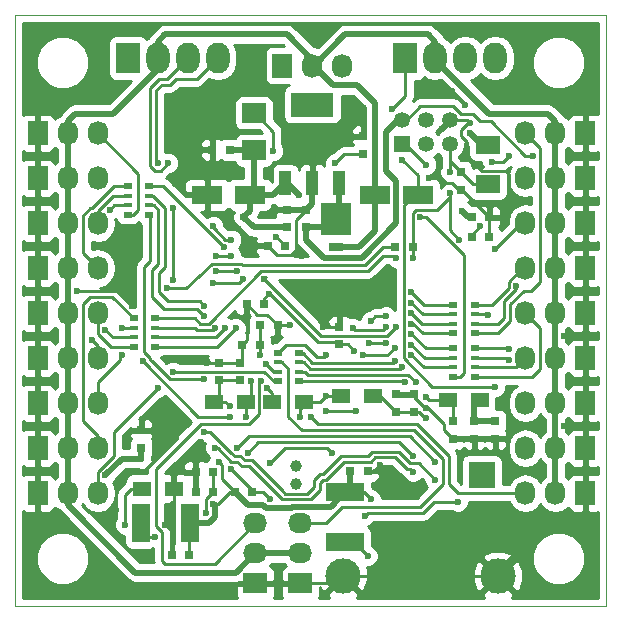
<source format=gbl>
G04 #@! TF.FileFunction,Copper,L2,Bot,Signal*
%FSLAX46Y46*%
G04 Gerber Fmt 4.6, Leading zero omitted, Abs format (unit mm)*
G04 Created by KiCad (PCBNEW 4.0.2-stable) date 22/09/2016 0:52:13*
%MOMM*%
G01*
G04 APERTURE LIST*
%ADD10C,0.100000*%
%ADD11R,2.600960X1.600200*%
%ADD12R,0.800000X0.750000*%
%ADD13R,0.750000X0.800000*%
%ADD14R,1.350000X1.350000*%
%ADD15C,1.350000*%
%ADD16R,2.540000X2.670000*%
%ADD17R,1.270000X0.762000*%
%ADD18R,2.032000X1.524000*%
%ADD19R,1.500000X3.200000*%
%ADD20R,3.200000X1.500000*%
%ADD21R,2.029460X1.651000*%
%ADD22R,1.500000X1.300000*%
%ADD23R,1.727200X2.032000*%
%ADD24O,1.727200X2.032000*%
%ADD25R,2.032000X1.727200*%
%ADD26O,2.032000X1.727200*%
%ADD27R,2.000000X2.600000*%
%ADD28O,2.000000X2.600000*%
%ADD29R,2.235200X2.235200*%
%ADD30C,3.000000*%
%ADD31R,0.800000X0.500000*%
%ADD32R,0.800000X0.400000*%
%ADD33R,3.657600X2.032000*%
%ADD34R,1.016000X2.032000*%
%ADD35C,1.000760*%
%ADD36C,0.600000*%
%ADD37C,0.500000*%
%ADD38C,0.280000*%
%ADD39C,0.250000*%
%ADD40C,0.254000*%
G04 APERTURE END LIST*
D10*
X0Y50000000D02*
X0Y0D01*
X50000000Y50000000D02*
X0Y50000000D01*
X50000000Y0D02*
X50000000Y50000000D01*
X0Y0D02*
X50000000Y0D01*
D11*
X30457140Y34798000D03*
X34058860Y34798000D03*
D12*
X14720000Y4318000D03*
X13220000Y4318000D03*
X16752000Y11303000D03*
X15252000Y11303000D03*
D13*
X24638000Y32016000D03*
X24638000Y33516000D03*
D12*
X16752000Y9652000D03*
X15252000Y9652000D03*
X18554000Y9652000D03*
X20054000Y9652000D03*
D11*
X19834860Y34798000D03*
X16233140Y34798000D03*
D12*
X33643000Y30353000D03*
X32143000Y30353000D03*
D13*
X37719000Y36691000D03*
X37719000Y35191000D03*
D12*
X29833000Y11430000D03*
X28333000Y11430000D03*
D13*
X29464000Y38239000D03*
X29464000Y39739000D03*
D12*
X38620000Y31242000D03*
X40120000Y31242000D03*
X21070000Y25527000D03*
X19570000Y25527000D03*
D13*
X27432000Y22110000D03*
X27432000Y23610000D03*
D12*
X22848000Y30480000D03*
X21348000Y30480000D03*
D13*
X37084000Y15609000D03*
X37084000Y14109000D03*
X38862000Y15609000D03*
X38862000Y14109000D03*
D12*
X18149000Y38608000D03*
X16649000Y38608000D03*
D13*
X22987000Y32016000D03*
X22987000Y33516000D03*
X10668000Y13347000D03*
X10668000Y14847000D03*
X17272000Y20562000D03*
X17272000Y19062000D03*
X40640000Y15609000D03*
X40640000Y14109000D03*
X19050000Y20562000D03*
X19050000Y19062000D03*
D12*
X38620000Y32893000D03*
X40120000Y32893000D03*
X20689000Y22098000D03*
X19189000Y22098000D03*
X20713000Y23749000D03*
X22213000Y23749000D03*
D13*
X32258000Y16395000D03*
X32258000Y17895000D03*
X33782000Y16395000D03*
X33782000Y17895000D03*
D14*
X32766000Y39116000D03*
D15*
X34766000Y39116000D03*
X36766000Y39116000D03*
X32766000Y41116000D03*
X34766000Y41116000D03*
X36766000Y41116000D03*
D16*
X27178000Y32702500D03*
D17*
X27178000Y30351500D03*
D18*
X40005000Y38989000D03*
X40005000Y35687000D03*
D19*
X10600000Y6985000D03*
X14800000Y6985000D03*
D20*
X27940000Y9593000D03*
X27940000Y5393000D03*
D21*
X20193000Y41716960D03*
X20193000Y38547040D03*
D22*
X10715000Y9906000D03*
X13415000Y9906000D03*
X39323000Y17399000D03*
X36623000Y17399000D03*
X19511000Y17272000D03*
X16811000Y17272000D03*
X24464000Y17272000D03*
X21764000Y17272000D03*
X27606000Y17780000D03*
X30306000Y17780000D03*
D23*
X22606000Y45720000D03*
D24*
X25146000Y45720000D03*
X27686000Y45720000D03*
D23*
X1905000Y40005000D03*
D24*
X4445000Y40005000D03*
X6985000Y40005000D03*
D23*
X1905000Y36195000D03*
D24*
X4445000Y36195000D03*
X6985000Y36195000D03*
D23*
X1905000Y32385000D03*
D24*
X4445000Y32385000D03*
X6985000Y32385000D03*
D23*
X1905000Y28575000D03*
D24*
X4445000Y28575000D03*
X6985000Y28575000D03*
D23*
X1905000Y24765000D03*
D24*
X4445000Y24765000D03*
X6985000Y24765000D03*
D23*
X1905000Y20955000D03*
D24*
X4445000Y20955000D03*
X6985000Y20955000D03*
D23*
X1905000Y17145000D03*
D24*
X4445000Y17145000D03*
X6985000Y17145000D03*
D23*
X1905000Y13335000D03*
D24*
X4445000Y13335000D03*
X6985000Y13335000D03*
D23*
X1905000Y9525000D03*
D24*
X4445000Y9525000D03*
X6985000Y9525000D03*
D25*
X20320000Y1905000D03*
D26*
X20320000Y4445000D03*
X20320000Y6985000D03*
D25*
X24130000Y1905000D03*
D26*
X24130000Y4445000D03*
X24130000Y6985000D03*
D23*
X48260000Y9525000D03*
D24*
X45720000Y9525000D03*
X43180000Y9525000D03*
D23*
X48260000Y13335000D03*
D24*
X45720000Y13335000D03*
X43180000Y13335000D03*
D23*
X48260000Y17145000D03*
D24*
X45720000Y17145000D03*
X43180000Y17145000D03*
D23*
X48260000Y20955000D03*
D24*
X45720000Y20955000D03*
X43180000Y20955000D03*
D23*
X48260000Y24765000D03*
D24*
X45720000Y24765000D03*
X43180000Y24765000D03*
D23*
X48260000Y28575000D03*
D24*
X45720000Y28575000D03*
X43180000Y28575000D03*
D23*
X48260000Y32385000D03*
D24*
X45720000Y32385000D03*
X43180000Y32385000D03*
D23*
X48260000Y36195000D03*
D24*
X45720000Y36195000D03*
X43180000Y36195000D03*
D23*
X48260000Y40005000D03*
D24*
X45720000Y40005000D03*
X43180000Y40005000D03*
D27*
X33020000Y46355000D03*
D28*
X35560000Y46355000D03*
X38100000Y46355000D03*
X40640000Y46355000D03*
D27*
X9525000Y46355000D03*
D28*
X12065000Y46355000D03*
X14605000Y46355000D03*
X17145000Y46355000D03*
D29*
X39497000Y11049000D03*
D30*
X27720000Y2516000D03*
X40860000Y2516000D03*
D31*
X9514000Y33090000D03*
D32*
X9514000Y34690000D03*
X9514000Y33890000D03*
D31*
X9514000Y35490000D03*
D32*
X11314000Y33890000D03*
D31*
X11314000Y33090000D03*
D32*
X11314000Y34690000D03*
D31*
X11314000Y35490000D03*
X10022000Y21914000D03*
D32*
X10022000Y23514000D03*
X10022000Y22714000D03*
D31*
X10022000Y24314000D03*
D32*
X11822000Y22714000D03*
D31*
X11822000Y21914000D03*
D32*
X11822000Y23514000D03*
D31*
X11822000Y24314000D03*
X22214000Y18993000D03*
D32*
X22214000Y20593000D03*
X22214000Y19793000D03*
D31*
X22214000Y21393000D03*
D32*
X24014000Y19793000D03*
D31*
X24014000Y18993000D03*
D32*
X24014000Y20593000D03*
D31*
X24014000Y21393000D03*
X38873000Y21774000D03*
D32*
X38873000Y20174000D03*
X38873000Y20974000D03*
D31*
X38873000Y19374000D03*
D32*
X37073000Y20974000D03*
D31*
X37073000Y21774000D03*
D32*
X37073000Y20174000D03*
D31*
X37073000Y19374000D03*
X38873000Y25457000D03*
D32*
X38873000Y23857000D03*
X38873000Y24657000D03*
D31*
X38873000Y23057000D03*
D32*
X37073000Y24657000D03*
D31*
X37073000Y25457000D03*
D32*
X37073000Y23857000D03*
D31*
X37073000Y23057000D03*
D33*
X25146000Y42418000D03*
D34*
X25146000Y35814000D03*
X22860000Y35814000D03*
X27432000Y35814000D03*
D35*
X23749000Y11798300D03*
X23749000Y10299700D03*
D36*
X32766000Y37719000D03*
X31877000Y42037000D03*
X40640000Y18542000D03*
X43815000Y38100000D03*
X37465000Y8763000D03*
X29591000Y7620000D03*
X30099000Y9017000D03*
X17272000Y12192000D03*
X16764000Y8636000D03*
X30861000Y11938000D03*
X9525000Y31750000D03*
X24257000Y29591000D03*
X36957000Y43561000D03*
X38100000Y42418000D03*
X38481000Y40894000D03*
X46482000Y22860000D03*
X44450000Y15240000D03*
X46482000Y15240000D03*
X32004000Y10795000D03*
X21590000Y9017000D03*
X18288000Y11557000D03*
X8509000Y8128000D03*
X12700000Y6858000D03*
X26035000Y23622000D03*
X23241000Y23749000D03*
X34798000Y16764000D03*
X16256000Y20574000D03*
X13589000Y14224000D03*
X15748000Y13843000D03*
X13970000Y15875000D03*
X9906000Y25400000D03*
X5207000Y26670000D03*
X35052000Y36195000D03*
X25146000Y38100000D03*
X16129000Y7874000D03*
X10668000Y12446000D03*
X21590000Y12065000D03*
X26797000Y12954000D03*
X37846000Y33401000D03*
X7620000Y11049000D03*
X24003000Y34798000D03*
X26289000Y17780000D03*
X19304000Y32893000D03*
X24130000Y16002000D03*
X39751000Y15621000D03*
X38481000Y40005000D03*
X36830000Y34925000D03*
X36830000Y36703000D03*
X33655000Y29464000D03*
X37592000Y30988000D03*
X12827000Y26924000D03*
X18161000Y16002000D03*
X10795000Y20701000D03*
X28702000Y21590000D03*
X22098000Y31242000D03*
X39370000Y32131000D03*
X27051000Y37465000D03*
X21463000Y26416000D03*
X19939000Y19050000D03*
X28829000Y16510000D03*
X26289000Y16510000D03*
X19558000Y16002000D03*
X34798000Y17653000D03*
X18161000Y16891000D03*
X20701000Y21209000D03*
X21336000Y18415000D03*
X34798000Y15875000D03*
X34798000Y37338000D03*
X11811000Y5842000D03*
X29845000Y4191000D03*
X21844000Y38481000D03*
X9271000Y6858000D03*
X8001000Y33528000D03*
X6477000Y22479000D03*
X7620000Y23368000D03*
X9017000Y23495000D03*
X9017000Y21209000D03*
X13335000Y19812000D03*
X12065000Y18415000D03*
X21209000Y20447000D03*
X20828000Y19050000D03*
X25019000Y16002000D03*
X26289000Y21209000D03*
X41783000Y21717000D03*
X41783000Y20828000D03*
X40640000Y30226000D03*
X40005000Y24638000D03*
X42418000Y27051000D03*
X41783000Y38100000D03*
X40386000Y37592000D03*
X12954000Y37465000D03*
X12065000Y37465000D03*
X33655000Y11303000D03*
X16891000Y13335000D03*
X16002000Y14732000D03*
X35560000Y10668000D03*
X13335000Y33655000D03*
X13335000Y27559000D03*
X19685000Y12954000D03*
X33655000Y12700000D03*
X35560000Y12192000D03*
X18796000Y13335000D03*
X16002000Y24511000D03*
X16002000Y19177000D03*
X16002000Y25400000D03*
X17653000Y30353000D03*
X17780000Y23495000D03*
X18796000Y28321000D03*
X17018000Y28321000D03*
X16764000Y27305000D03*
X18669000Y23495000D03*
X19304000Y27686000D03*
X18288000Y29591000D03*
X17018000Y29591000D03*
X16891000Y23495000D03*
X32258000Y29464000D03*
X33909000Y18923000D03*
X33020000Y18923000D03*
X32766000Y20193000D03*
X32131000Y20701000D03*
X31369000Y22225000D03*
X33528000Y22098000D03*
X29972000Y22225000D03*
X33528000Y22987000D03*
X32131000Y21844000D03*
X33528000Y21209000D03*
X29464000Y21209000D03*
X34290000Y32893000D03*
X30099000Y24130000D03*
X33528000Y25654000D03*
X31369000Y24511000D03*
X33528000Y26543000D03*
X28575000Y23495000D03*
X31369000Y23622000D03*
X33528000Y24765000D03*
X32258000Y23622000D03*
X33528000Y23876000D03*
X21082000Y27686000D03*
X16764000Y32131000D03*
X18288000Y30988000D03*
D37*
X11430000Y2794000D02*
X10160000Y2794000D01*
X11430000Y2794000D02*
X18669000Y2794000D01*
X20320000Y4445000D02*
X18669000Y2794000D01*
X10160000Y2794000D02*
X4445000Y8509000D01*
X4445000Y8509000D02*
X4445000Y9525000D01*
X4445000Y9525000D02*
X4699000Y9525000D01*
X4445000Y9525000D02*
X4572000Y9525000D01*
X30457140Y34798000D02*
X30457140Y31727140D01*
X29081500Y30351500D02*
X27178000Y30351500D01*
X30457140Y31727140D02*
X29081500Y30351500D01*
X25146000Y45720000D02*
X25273000Y45720000D01*
X25273000Y45720000D02*
X26924000Y44069000D01*
X30457140Y42567860D02*
X30457140Y34798000D01*
X28956000Y44069000D02*
X30457140Y42567860D01*
X26924000Y44069000D02*
X28956000Y44069000D01*
X45720000Y13335000D02*
X45720000Y9525000D01*
X45720000Y17145000D02*
X45720000Y13335000D01*
X45720000Y20955000D02*
X45720000Y17145000D01*
X45720000Y24765000D02*
X45720000Y20955000D01*
X45720000Y28575000D02*
X45720000Y24765000D01*
X45720000Y32385000D02*
X45720000Y28575000D01*
X45720000Y36195000D02*
X45720000Y32385000D01*
X45720000Y40005000D02*
X45720000Y36195000D01*
X35560000Y46355000D02*
X35560000Y46228000D01*
X35560000Y46228000D02*
X40132000Y41656000D01*
X45085000Y41656000D02*
X45720000Y41021000D01*
X40132000Y41656000D02*
X45085000Y41656000D01*
X45720000Y41021000D02*
X45720000Y40005000D01*
X20320000Y4445000D02*
X24130000Y4445000D01*
X4445000Y9525000D02*
X4445000Y9144000D01*
X4445000Y13335000D02*
X4445000Y9525000D01*
X4445000Y17145000D02*
X4445000Y13335000D01*
X4445000Y20955000D02*
X4445000Y17145000D01*
X4445000Y24765000D02*
X4445000Y20955000D01*
X4445000Y28575000D02*
X4445000Y24765000D01*
X4445000Y32385000D02*
X4445000Y28575000D01*
X4445000Y36195000D02*
X4445000Y32385000D01*
X4445000Y40005000D02*
X4445000Y36195000D01*
X12065000Y46355000D02*
X12065000Y45466000D01*
X12065000Y45466000D02*
X8255000Y41656000D01*
X5080000Y41656000D02*
X4445000Y41021000D01*
X8255000Y41656000D02*
X5080000Y41656000D01*
X4445000Y41021000D02*
X4445000Y40005000D01*
X25146000Y45720000D02*
X25146000Y46228000D01*
X25146000Y46228000D02*
X22987000Y48387000D01*
X12065000Y47752000D02*
X12065000Y46355000D01*
X12700000Y48387000D02*
X12065000Y47752000D01*
X22987000Y48387000D02*
X12700000Y48387000D01*
X25273000Y45720000D02*
X27940000Y48387000D01*
X27940000Y48387000D02*
X34925000Y48387000D01*
X34925000Y48387000D02*
X35560000Y47752000D01*
X35560000Y47752000D02*
X35560000Y46355000D01*
D38*
X34058860Y36426140D02*
X32766000Y37719000D01*
X34058860Y34798000D02*
X34058860Y36426140D01*
X33020000Y43180000D02*
X33020000Y46355000D01*
X31877000Y42037000D02*
X33020000Y43180000D01*
D39*
X32893000Y33909000D02*
X32893000Y26924000D01*
X40640000Y18542000D02*
X36703000Y18542000D01*
X36703000Y18542000D02*
X35306000Y18542000D01*
X35306000Y18542000D02*
X32893000Y20955000D01*
X33782000Y34798000D02*
X32893000Y33909000D01*
X32893000Y23114000D02*
X32893000Y20955000D01*
X32893000Y26924000D02*
X32893000Y23114000D01*
X33782000Y34798000D02*
X34058860Y34798000D01*
D37*
X21209000Y8255000D02*
X23368000Y8255000D01*
X19685000Y8509000D02*
X20955000Y8509000D01*
X20955000Y8509000D02*
X21209000Y8255000D01*
X18554000Y9640000D02*
X19685000Y8509000D01*
X26729000Y8382000D02*
X27940000Y9593000D01*
X23495000Y8382000D02*
X26729000Y8382000D01*
X23368000Y8255000D02*
X23495000Y8382000D01*
D38*
X39370000Y41021000D02*
X38735000Y41656000D01*
X39370000Y41021000D02*
X40259000Y41021000D01*
X40259000Y41021000D02*
X43180000Y38100000D01*
X43180000Y38100000D02*
X43815000Y38100000D01*
X37465000Y8763000D02*
X35560000Y8763000D01*
X35560000Y8763000D02*
X35433000Y8763000D01*
X35433000Y8763000D02*
X34544000Y7874000D01*
X34544000Y7874000D02*
X29845000Y7874000D01*
X29845000Y7874000D02*
X29591000Y7620000D01*
X29523000Y9593000D02*
X30099000Y9017000D01*
X34290000Y42291000D02*
X33115000Y41116000D01*
X37084000Y42291000D02*
X34290000Y42291000D01*
X37719000Y41656000D02*
X37084000Y42291000D01*
X38735000Y41656000D02*
X37719000Y41656000D01*
D37*
X18554000Y9652000D02*
X18554000Y9640000D01*
D38*
X17272000Y12192000D02*
X17526000Y11938000D01*
X17526000Y10680000D02*
X18554000Y9652000D01*
X17526000Y11938000D02*
X17526000Y10680000D01*
X17272000Y12065000D02*
X17272000Y12192000D01*
X14720000Y4318000D02*
X14720000Y6905000D01*
X14720000Y6905000D02*
X14800000Y6985000D01*
X32766000Y41116000D02*
X33115000Y41116000D01*
X29523000Y9593000D02*
X27940000Y9593000D01*
D37*
X28333000Y11430000D02*
X28333000Y9986000D01*
X28333000Y9986000D02*
X27940000Y9593000D01*
X14800000Y6985000D02*
X16383000Y6985000D01*
X16891000Y8509000D02*
X16764000Y8636000D01*
X16891000Y7493000D02*
X16891000Y8509000D01*
X16383000Y6985000D02*
X16891000Y7493000D01*
X14800000Y6985000D02*
X14800000Y5668000D01*
D38*
X18554000Y9652000D02*
X18161000Y9652000D01*
X18161000Y9652000D02*
X17653000Y9144000D01*
X17145000Y8636000D02*
X16764000Y8636000D01*
X17653000Y9144000D02*
X17145000Y8636000D01*
D37*
X32766000Y41116000D02*
X32353000Y41116000D01*
X32353000Y41116000D02*
X31369000Y40132000D01*
X26162000Y29464000D02*
X24638000Y30988000D01*
X29337000Y29464000D02*
X26162000Y29464000D01*
X32258000Y32385000D02*
X29337000Y29464000D01*
X32258000Y35941000D02*
X32258000Y32385000D01*
X31369000Y36830000D02*
X32258000Y35941000D01*
X31369000Y40132000D02*
X31369000Y36830000D01*
X24638000Y30988000D02*
X24638000Y32016000D01*
X24638000Y32016000D02*
X26491500Y32016000D01*
X26491500Y32016000D02*
X27178000Y32702500D01*
X27432000Y35814000D02*
X27432000Y32956500D01*
X27432000Y32956500D02*
X27178000Y32702500D01*
D38*
X30861000Y11938000D02*
X30924500Y11874500D01*
X9906000Y31369000D02*
X9906000Y25400000D01*
X9525000Y31750000D02*
X9906000Y31369000D01*
X26035000Y23622000D02*
X26035000Y24257000D01*
X23749000Y30099000D02*
X24257000Y29591000D01*
X39497000Y36830000D02*
X41529000Y36830000D01*
X38354000Y40894000D02*
X37719000Y40259000D01*
X37719000Y40259000D02*
X37719000Y39751000D01*
X37719000Y39751000D02*
X38227000Y39243000D01*
X38227000Y39243000D02*
X38227000Y38100000D01*
X38227000Y38100000D02*
X39497000Y36830000D01*
X38481000Y40894000D02*
X38354000Y40894000D01*
X41021000Y32893000D02*
X40120000Y32893000D01*
X41783000Y33655000D02*
X41021000Y32893000D01*
X41783000Y36576000D02*
X41783000Y33655000D01*
X41529000Y36830000D02*
X41783000Y36576000D01*
X37084000Y43434000D02*
X38100000Y42418000D01*
X38259000Y41116000D02*
X36766000Y41116000D01*
X38259000Y41116000D02*
X38481000Y40894000D01*
X36957000Y43561000D02*
X37084000Y43434000D01*
X48260000Y22860000D02*
X46482000Y22860000D01*
X41541000Y14109000D02*
X42672000Y15240000D01*
X42672000Y15240000D02*
X44450000Y15240000D01*
X40640000Y14109000D02*
X41541000Y14109000D01*
X46482000Y15240000D02*
X48260000Y15240000D01*
X30861000Y11938000D02*
X30924500Y11874500D01*
X30924500Y11874500D02*
X32004000Y10795000D01*
X29833000Y11430000D02*
X30353000Y11430000D01*
X30353000Y11430000D02*
X30861000Y11938000D01*
X20054000Y9652000D02*
X20955000Y9652000D01*
X20955000Y9652000D02*
X21590000Y9017000D01*
X18288000Y11557000D02*
X20054000Y9791000D01*
X20054000Y9791000D02*
X20054000Y9652000D01*
X13589000Y14224000D02*
X13589000Y14097000D01*
X8509000Y10160000D02*
X8509000Y8128000D01*
X9652000Y11303000D02*
X8509000Y10160000D01*
X10795000Y11303000D02*
X9652000Y11303000D01*
X13589000Y14097000D02*
X10795000Y11303000D01*
X12700000Y6858000D02*
X12954000Y6858000D01*
X13415000Y7319000D02*
X13415000Y9906000D01*
X12954000Y6858000D02*
X13415000Y7319000D01*
X13220000Y4318000D02*
X13220000Y6338000D01*
X13220000Y6338000D02*
X12700000Y6858000D01*
X27432000Y23610000D02*
X26047000Y23610000D01*
X26047000Y23610000D02*
X26035000Y23622000D01*
X23241000Y23749000D02*
X22213000Y23749000D01*
X34798000Y16764000D02*
X34925000Y16764000D01*
X36322000Y14871000D02*
X37084000Y14109000D01*
X36322000Y15367000D02*
X36322000Y14871000D01*
X34925000Y16764000D02*
X36322000Y15367000D01*
X33782000Y17895000D02*
X33782000Y17653000D01*
X33782000Y17653000D02*
X34671000Y16764000D01*
X34671000Y16764000D02*
X34798000Y16764000D01*
X32258000Y17895000D02*
X33782000Y17895000D01*
X16268000Y20562000D02*
X17272000Y20562000D01*
X16256000Y20574000D02*
X16268000Y20562000D01*
X15252000Y11303000D02*
X15252000Y13347000D01*
X12966000Y14847000D02*
X12942000Y14847000D01*
X13589000Y14224000D02*
X12966000Y14847000D01*
X15252000Y13347000D02*
X15748000Y13843000D01*
X10668000Y14847000D02*
X12942000Y14847000D01*
X12942000Y14847000D02*
X13970000Y15875000D01*
X9906000Y25400000D02*
X8636000Y26670000D01*
X8636000Y26670000D02*
X5207000Y26670000D01*
X24130000Y1905000D02*
X20320000Y1905000D01*
X1905000Y13335000D02*
X1905000Y17145000D01*
X1905000Y17145000D02*
X1905000Y20955000D01*
X1905000Y20955000D02*
X1905000Y24765000D01*
X1905000Y24765000D02*
X1905000Y28575000D01*
X1905000Y28575000D02*
X1905000Y32385000D01*
X1905000Y32385000D02*
X1905000Y36195000D01*
X1905000Y36195000D02*
X1905000Y40005000D01*
X48260000Y9525000D02*
X48260000Y13335000D01*
X48260000Y13335000D02*
X48260000Y15240000D01*
X48260000Y15240000D02*
X48260000Y17145000D01*
X48260000Y17145000D02*
X48260000Y20955000D01*
X48260000Y20955000D02*
X48260000Y22860000D01*
X48260000Y22860000D02*
X48260000Y24765000D01*
X48260000Y24765000D02*
X48260000Y28575000D01*
X48260000Y28575000D02*
X48260000Y32385000D01*
X48260000Y32385000D02*
X48260000Y36195000D01*
X48260000Y36195000D02*
X48260000Y40005000D01*
X40860000Y2516000D02*
X40860000Y3014000D01*
X40860000Y3014000D02*
X44704000Y6858000D01*
X48260000Y7366000D02*
X48260000Y9525000D01*
X47752000Y6858000D02*
X48260000Y7366000D01*
X44704000Y6858000D02*
X47752000Y6858000D01*
X40860000Y2516000D02*
X27720000Y2516000D01*
X37084000Y14109000D02*
X38862000Y14109000D01*
X38862000Y14109000D02*
X40640000Y14109000D01*
X24130000Y1905000D02*
X27109000Y1905000D01*
X27109000Y1905000D02*
X27720000Y2516000D01*
X19050000Y20562000D02*
X17272000Y20562000D01*
X19189000Y22098000D02*
X19189000Y20701000D01*
X19189000Y20701000D02*
X19050000Y20562000D01*
X19570000Y25527000D02*
X19570000Y22479000D01*
X19570000Y22479000D02*
X19189000Y22098000D01*
X19570000Y25527000D02*
X19570000Y25515000D01*
X19570000Y25515000D02*
X20447000Y24638000D01*
X20447000Y24638000D02*
X21324000Y24638000D01*
X21324000Y24638000D02*
X22213000Y23749000D01*
X24638000Y33516000D02*
X24626000Y33516000D01*
X24626000Y33516000D02*
X23749000Y32639000D01*
X22110000Y29718000D02*
X21348000Y30480000D01*
X23368000Y29718000D02*
X22110000Y29718000D01*
X23749000Y30099000D02*
X23368000Y29718000D01*
X23749000Y32639000D02*
X23749000Y30099000D01*
X40120000Y31242000D02*
X40120000Y32893000D01*
X37719000Y35191000D02*
X37822000Y35191000D01*
X37822000Y35191000D02*
X40120000Y32893000D01*
X37719000Y35191000D02*
X37580000Y35191000D01*
X37580000Y35191000D02*
X36957000Y35814000D01*
X36068000Y36195000D02*
X35052000Y36195000D01*
X36449000Y35814000D02*
X36068000Y36195000D01*
X36957000Y35814000D02*
X36449000Y35814000D01*
D37*
X25146000Y35814000D02*
X25146000Y34024000D01*
X25146000Y34024000D02*
X24638000Y33516000D01*
D39*
X16752000Y11303000D02*
X16752000Y9652000D01*
X16752000Y9652000D02*
X16129000Y9029000D01*
X16129000Y9029000D02*
X16129000Y7874000D01*
D38*
X21590000Y12065000D02*
X22860000Y13335000D01*
X22860000Y13335000D02*
X26416000Y13335000D01*
X26797000Y12954000D02*
X26416000Y13335000D01*
D37*
X38620000Y32893000D02*
X38354000Y32893000D01*
X38354000Y32893000D02*
X37846000Y33401000D01*
X40640000Y15609000D02*
X39763000Y15609000D01*
X39763000Y15609000D02*
X39751000Y15621000D01*
X10668000Y12446000D02*
X10668000Y13347000D01*
X10668000Y12446000D02*
X9017000Y12446000D01*
X9017000Y12446000D02*
X7620000Y11049000D01*
X22860000Y35814000D02*
X22987000Y35814000D01*
X22987000Y35814000D02*
X24003000Y34798000D01*
X19834860Y34798000D02*
X19834860Y33423860D01*
X19834860Y33423860D02*
X19304000Y32893000D01*
X22987000Y32016000D02*
X20181000Y32016000D01*
X20181000Y32016000D02*
X19304000Y32893000D01*
X18149000Y38608000D02*
X20132040Y38608000D01*
X20132040Y38608000D02*
X20193000Y38547040D01*
D38*
X26289000Y17780000D02*
X27606000Y17780000D01*
X24464000Y17272000D02*
X25781000Y17272000D01*
X25781000Y17272000D02*
X26289000Y17780000D01*
X24130000Y16002000D02*
X24130000Y16637000D01*
X24130000Y16637000D02*
X24464000Y16971000D01*
X24464000Y16971000D02*
X24464000Y17272000D01*
D37*
X39739000Y15609000D02*
X38862000Y15609000D01*
X39751000Y15621000D02*
X39739000Y15609000D01*
X38862000Y15609000D02*
X38862000Y16938000D01*
X38862000Y16938000D02*
X39323000Y17399000D01*
X38481000Y40005000D02*
X39497000Y38989000D01*
X39497000Y38989000D02*
X40005000Y38989000D01*
X40005000Y38989000D02*
X39624000Y38989000D01*
X20193000Y38547040D02*
X20193000Y35156140D01*
X20193000Y35156140D02*
X19834860Y34798000D01*
X19834860Y34798000D02*
X21844000Y34798000D01*
X21844000Y34798000D02*
X22860000Y35814000D01*
D39*
X36766500Y37655500D02*
X36766500Y36766500D01*
X36766500Y34861500D02*
X36766500Y34607500D01*
X36830000Y34925000D02*
X36766500Y34861500D01*
X36766500Y36766500D02*
X36830000Y36703000D01*
X33655000Y29464000D02*
X33643000Y29476000D01*
X33643000Y29476000D02*
X33643000Y30353000D01*
X33643000Y30353000D02*
X33643000Y33262000D01*
X33643000Y33262000D02*
X33909000Y33528000D01*
X33909000Y33528000D02*
X35687000Y33528000D01*
X35687000Y33528000D02*
X36766500Y34607500D01*
X40005000Y35687000D02*
X38723000Y35687000D01*
X38723000Y35687000D02*
X37719000Y36691000D01*
X37719000Y36691000D02*
X37719000Y36703000D01*
X37719000Y36703000D02*
X36766500Y37655500D01*
X36766500Y37655500D02*
X36766000Y37656000D01*
X37592000Y30988000D02*
X36766500Y31813500D01*
X36766500Y31813500D02*
X36766500Y34607500D01*
X36766000Y37656000D02*
X36766000Y39116000D01*
X19304000Y28829000D02*
X19084373Y28956593D01*
X19084373Y28956593D02*
X16637000Y28956000D01*
X19304000Y28829000D02*
X29591000Y28829000D01*
X29591000Y28829000D02*
X31115000Y30353000D01*
X32143000Y30353000D02*
X31115000Y30353000D01*
X14478000Y26924000D02*
X12827000Y26924000D01*
X16637000Y28956000D02*
X14478000Y26924000D01*
X15494000Y16002000D02*
X18161000Y16002000D01*
X10795000Y20701000D02*
X15494000Y16002000D01*
X22848000Y30480000D02*
X22848000Y30492000D01*
X22848000Y30492000D02*
X22098000Y31242000D01*
X27432000Y22110000D02*
X28182000Y22110000D01*
X28182000Y22110000D02*
X28702000Y21590000D01*
X27190000Y22352000D02*
X25654000Y22352000D01*
X25654000Y22352000D02*
X21590000Y26416000D01*
X21590000Y26416000D02*
X21463000Y26416000D01*
X27190000Y22352000D02*
X27432000Y22110000D01*
X21070000Y25527000D02*
X21070000Y26023000D01*
X21070000Y26023000D02*
X21463000Y26416000D01*
X39370000Y32131000D02*
X38620000Y31381000D01*
X38620000Y31381000D02*
X38620000Y31242000D01*
X29464000Y38239000D02*
X27825000Y38239000D01*
X27825000Y38239000D02*
X27051000Y37465000D01*
X28702000Y21590000D02*
X28702000Y21717000D01*
X19511000Y17272000D02*
X19511000Y17352000D01*
X19511000Y17352000D02*
X19939000Y17780000D01*
X19939000Y17780000D02*
X19939000Y19050000D01*
X26289000Y16510000D02*
X28829000Y16510000D01*
X19511000Y16049000D02*
X19511000Y17272000D01*
X19558000Y16002000D02*
X19511000Y16049000D01*
X19558000Y17272000D02*
X19511000Y17272000D01*
X36623000Y17399000D02*
X35052000Y17399000D01*
X35052000Y17399000D02*
X34798000Y17653000D01*
X37084000Y15609000D02*
X37084000Y16938000D01*
X37084000Y16938000D02*
X36623000Y17399000D01*
X16811000Y17272000D02*
X17780000Y17272000D01*
X17780000Y17272000D02*
X18161000Y16891000D01*
X17272000Y19062000D02*
X17272000Y17733000D01*
X17272000Y17733000D02*
X16811000Y17272000D01*
X19050000Y19062000D02*
X17272000Y19062000D01*
X20689000Y22098000D02*
X20689000Y23725000D01*
X20689000Y23725000D02*
X20713000Y23749000D01*
X20689000Y21221000D02*
X20689000Y22098000D01*
X20701000Y21209000D02*
X20689000Y21221000D01*
X21764000Y17987000D02*
X21764000Y17272000D01*
X21336000Y18415000D02*
X21764000Y17987000D01*
X21764000Y17272000D02*
X21717000Y17272000D01*
X33782000Y16395000D02*
X34151000Y16395000D01*
X34151000Y16395000D02*
X34671000Y15875000D01*
X34671000Y15875000D02*
X34798000Y15875000D01*
X33794000Y16383000D02*
X33782000Y16395000D01*
X32258000Y16395000D02*
X33782000Y16395000D01*
X30306000Y17780000D02*
X30873000Y17780000D01*
X30873000Y17780000D02*
X32258000Y16395000D01*
X34798000Y37338000D02*
X33020000Y39116000D01*
X33020000Y39116000D02*
X32766000Y39116000D01*
X11303000Y5842000D02*
X11811000Y5842000D01*
X11303000Y5842000D02*
X10600000Y6545000D01*
X10600000Y6545000D02*
X10600000Y6985000D01*
X10600000Y6799000D02*
X10600000Y6985000D01*
X29845000Y4191000D02*
X28643000Y5393000D01*
X28643000Y5393000D02*
X27940000Y5393000D01*
X21844000Y40132000D02*
X20259040Y41716960D01*
X21844000Y39878000D02*
X21844000Y40132000D01*
X21844000Y39624000D02*
X21844000Y39878000D01*
X21844000Y38481000D02*
X21844000Y39624000D01*
X20259040Y41716960D02*
X20193000Y41716960D01*
X10715000Y9906000D02*
X9779000Y9906000D01*
X9271000Y9398000D02*
X9271000Y6858000D01*
X9779000Y9906000D02*
X9271000Y9398000D01*
X10668000Y9906000D02*
X10715000Y9906000D01*
X9514000Y33090000D02*
X9976000Y33090000D01*
X10414000Y36576000D02*
X6985000Y40005000D01*
X10414000Y33528000D02*
X10414000Y36576000D01*
X9976000Y33090000D02*
X10414000Y33528000D01*
X9514000Y33890000D02*
X8363000Y33890000D01*
X8363000Y33890000D02*
X8001000Y33528000D01*
X9514000Y34690000D02*
X8274000Y34690000D01*
X8274000Y34690000D02*
X6985000Y33401000D01*
X6985000Y33401000D02*
X6985000Y32385000D01*
X9514000Y35490000D02*
X8312000Y35490000D01*
X5715000Y29845000D02*
X6985000Y28575000D01*
X5715000Y33020000D02*
X5715000Y29845000D01*
X6350000Y33655000D02*
X5715000Y33020000D01*
X6477000Y33655000D02*
X6350000Y33655000D01*
X8312000Y35490000D02*
X6477000Y33655000D01*
X6985000Y24765000D02*
X6985000Y22987000D01*
X8058000Y21914000D02*
X10022000Y21914000D01*
X6985000Y22987000D02*
X8058000Y21914000D01*
X6985000Y20955000D02*
X6985000Y21971000D01*
X6985000Y21971000D02*
X6477000Y22479000D01*
X7620000Y23368000D02*
X8274000Y22714000D01*
X8274000Y22714000D02*
X10022000Y22714000D01*
X8890000Y20828000D02*
X8890000Y21082000D01*
X6985000Y18923000D02*
X8890000Y20828000D01*
X6985000Y17145000D02*
X6985000Y18923000D01*
X9036000Y23514000D02*
X10022000Y23514000D01*
X9017000Y23495000D02*
X9036000Y23514000D01*
X8890000Y21082000D02*
X9017000Y21209000D01*
X6985000Y13335000D02*
X6985000Y14351000D01*
X6985000Y14351000D02*
X5715000Y15621000D01*
X5715000Y15621000D02*
X5715000Y25527000D01*
X5715000Y25527000D02*
X6350000Y26162000D01*
X6350000Y26162000D02*
X8174000Y26162000D01*
X8174000Y26162000D02*
X10022000Y24314000D01*
X19558000Y19812000D02*
X21082000Y19812000D01*
X13335000Y19812000D02*
X16129000Y19812000D01*
X16129000Y19812000D02*
X17907000Y19812000D01*
X17907000Y19812000D02*
X19558000Y19812000D01*
X6985000Y9525000D02*
X6985000Y11303000D01*
X8382000Y14732000D02*
X12065000Y18415000D01*
X8382000Y12700000D02*
X8382000Y14732000D01*
X6985000Y11303000D02*
X8382000Y12700000D01*
X21082000Y19812000D02*
X21901000Y18993000D01*
X21901000Y18993000D02*
X22214000Y18993000D01*
X12954000Y3556000D02*
X12700000Y3556000D01*
X20320000Y6985000D02*
X16891000Y3556000D01*
X12954000Y3556000D02*
X16891000Y3556000D01*
X21209000Y20447000D02*
X21863000Y19793000D01*
X20828000Y19050000D02*
X20637500Y18859500D01*
X20637500Y18859500D02*
X20637500Y16192500D01*
X20637500Y16192500D02*
X19812000Y15367000D01*
X19812000Y15367000D02*
X15748000Y15367000D01*
X11938000Y11557000D02*
X15748000Y15367000D01*
X11938000Y6731000D02*
X11938000Y11557000D01*
X12446000Y6223000D02*
X11938000Y6731000D01*
X12446000Y3810000D02*
X12446000Y6223000D01*
X12700000Y3556000D02*
X12446000Y3810000D01*
X22214000Y19793000D02*
X21863000Y19793000D01*
X24130000Y6985000D02*
X26289000Y6985000D01*
X27305000Y8001000D02*
X27686000Y8382000D01*
X27686000Y8382000D02*
X34290000Y8382000D01*
X34290000Y8382000D02*
X36195000Y10287000D01*
X36195000Y10287000D02*
X36195000Y12446000D01*
X36195000Y12446000D02*
X33782000Y14859000D01*
X33782000Y14859000D02*
X24257000Y14859000D01*
X24257000Y14859000D02*
X23114000Y16002000D01*
X23114000Y16002000D02*
X23114000Y20066000D01*
X23114000Y20066000D02*
X22587000Y20593000D01*
X26289000Y6985000D02*
X27305000Y8001000D01*
X22587000Y20593000D02*
X22214000Y20593000D01*
X36703000Y10287000D02*
X36703000Y12700000D01*
X36703000Y12700000D02*
X34036000Y15367000D01*
X34036000Y15367000D02*
X25654000Y15367000D01*
X25654000Y15367000D02*
X25019000Y16002000D01*
X37465000Y9525000D02*
X36703000Y10287000D01*
X37465000Y9525000D02*
X43180000Y9525000D01*
X22919000Y22098000D02*
X22214000Y21393000D01*
X24511000Y22098000D02*
X22919000Y22098000D01*
X25527000Y21082000D02*
X24511000Y22098000D01*
X26162000Y21082000D02*
X25527000Y21082000D01*
X26289000Y21209000D02*
X26162000Y21082000D01*
X38873000Y21774000D02*
X41726000Y21774000D01*
X41726000Y21774000D02*
X41783000Y21717000D01*
X38873000Y20974000D02*
X41637000Y20974000D01*
X41637000Y20974000D02*
X41783000Y20828000D01*
X38873000Y20174000D02*
X42399000Y20174000D01*
X42399000Y20174000D02*
X43180000Y20955000D01*
X38873000Y19374000D02*
X43758000Y19374000D01*
X44450000Y23495000D02*
X43180000Y24765000D01*
X44450000Y20066000D02*
X44450000Y23495000D01*
X43758000Y19374000D02*
X44450000Y20066000D01*
X38873000Y25457000D02*
X40316000Y25457000D01*
X41783000Y27432000D02*
X42926000Y28575000D01*
X41783000Y26924000D02*
X41783000Y27432000D01*
X40316000Y25457000D02*
X41783000Y26924000D01*
X42926000Y28575000D02*
X43180000Y28575000D01*
X38873000Y24657000D02*
X39986000Y24657000D01*
X40640000Y30226000D02*
X42799000Y32385000D01*
X39986000Y24657000D02*
X40005000Y24638000D01*
X42799000Y32385000D02*
X43180000Y32385000D01*
X38873000Y23857000D02*
X40875000Y23857000D01*
X42418000Y26797000D02*
X42418000Y27051000D01*
X41402000Y25781000D02*
X42418000Y26797000D01*
X41402000Y24384000D02*
X41402000Y25781000D01*
X40875000Y23857000D02*
X41402000Y24384000D01*
X38873000Y23057000D02*
X40837000Y23057000D01*
X44450000Y38735000D02*
X43180000Y40005000D01*
X44450000Y27432000D02*
X44450000Y38735000D01*
X43688000Y26670000D02*
X44450000Y27432000D01*
X43053000Y26670000D02*
X43688000Y26670000D01*
X41910000Y25527000D02*
X43053000Y26670000D01*
X41910000Y24130000D02*
X41910000Y25527000D01*
X40837000Y23057000D02*
X41910000Y24130000D01*
X40386000Y37592000D02*
X41275000Y37592000D01*
X41275000Y37592000D02*
X41783000Y38100000D01*
X12827000Y44577000D02*
X14605000Y46355000D01*
X12192000Y44577000D02*
X12827000Y44577000D01*
X11430000Y43815000D02*
X12192000Y44577000D01*
X11430000Y37211000D02*
X11430000Y43815000D01*
X11811000Y36830000D02*
X11430000Y37211000D01*
X12319000Y36830000D02*
X11811000Y36830000D01*
X12954000Y37465000D02*
X12319000Y36830000D01*
X17145000Y46355000D02*
X15367000Y44577000D01*
X11938000Y37592000D02*
X12065000Y37465000D01*
X11938000Y43618998D02*
X11938000Y37592000D01*
X12388002Y44069000D02*
X11938000Y43618998D01*
X13081000Y44069000D02*
X12388002Y44069000D01*
X13589000Y44577000D02*
X13081000Y44069000D01*
X13843000Y44577000D02*
X13589000Y44577000D01*
X15367000Y44577000D02*
X13843000Y44577000D01*
X26289000Y10668000D02*
X27813000Y12192000D01*
X32131000Y12573000D02*
X33147000Y11557000D01*
X33147000Y11557000D02*
X33401000Y11557000D01*
X33401000Y11557000D02*
X33655000Y11303000D01*
X26035000Y10668000D02*
X26289000Y10668000D01*
X25019000Y9017000D02*
X25781000Y9779000D01*
X25781000Y9779000D02*
X25781000Y10414000D01*
X25781000Y10414000D02*
X26035000Y10668000D01*
X24511000Y9017000D02*
X22606000Y9017000D01*
X22606000Y9017000D02*
X22352000Y9271000D01*
X19812000Y11811000D02*
X19177000Y11811000D01*
X16891000Y13335000D02*
X17018000Y13335000D01*
X17018000Y13335000D02*
X17145000Y13335000D01*
X17145000Y13335000D02*
X18288000Y12192000D01*
X19812000Y11811000D02*
X22352000Y9271000D01*
X18796000Y12192000D02*
X18288000Y12192000D01*
X19177000Y11811000D02*
X18796000Y12192000D01*
X24511000Y9017000D02*
X25019000Y9017000D01*
X30480000Y12573000D02*
X32131000Y12573000D01*
X30099000Y12192000D02*
X30480000Y12573000D01*
X27813000Y12192000D02*
X30099000Y12192000D01*
X25781000Y11176000D02*
X26035000Y11176000D01*
X24707002Y9467002D02*
X25273000Y10033000D01*
X25273000Y10033000D02*
X25273000Y10668000D01*
X25273000Y10668000D02*
X25781000Y11176000D01*
X22860000Y9467002D02*
X22548002Y9779000D01*
X22548002Y9779000D02*
X20008002Y12319000D01*
X19050000Y12700000D02*
X19431000Y12319000D01*
X18542000Y12700000D02*
X19050000Y12700000D01*
X18415000Y12827000D02*
X18542000Y12700000D01*
X18288000Y12954000D02*
X18415000Y12827000D01*
X18288000Y12954000D02*
X16510000Y14732000D01*
X16510000Y14732000D02*
X16002000Y14732000D01*
X19431000Y12319000D02*
X20008002Y12319000D01*
X22860000Y9467002D02*
X24199002Y9467002D01*
X24199002Y9467002D02*
X24707002Y9467002D01*
X30168002Y13023002D02*
X32442998Y13023002D01*
X29845000Y12700000D02*
X30168002Y13023002D01*
X27559000Y12700000D02*
X29845000Y12700000D01*
X26035000Y11176000D02*
X27559000Y12700000D01*
X35560000Y10668000D02*
X34163000Y12065000D01*
X34163000Y12065000D02*
X33401000Y12065000D01*
X33401000Y12065000D02*
X32442998Y13023002D01*
X13335000Y27559000D02*
X13335000Y33655000D01*
X20574000Y13843000D02*
X19685000Y12954000D01*
X32512000Y13843000D02*
X20574000Y13843000D01*
X33655000Y12700000D02*
X32512000Y13843000D01*
X35560000Y12192000D02*
X33401000Y14351000D01*
X33401000Y14351000D02*
X19812523Y14350477D01*
X19812523Y14350477D02*
X18796000Y13335000D01*
X11314000Y33890000D02*
X11703000Y33890000D01*
X11703000Y33890000D02*
X12065000Y33528000D01*
X12065000Y33528000D02*
X12065000Y28956000D01*
X12065000Y28956000D02*
X11557000Y28448000D01*
X11557000Y28448000D02*
X11557000Y26162000D01*
X11557000Y26162000D02*
X12573000Y25146000D01*
X12573000Y25146000D02*
X13716000Y25146000D01*
X13716000Y25146000D02*
X15367000Y25146000D01*
X15367000Y25146000D02*
X16002000Y24511000D01*
X13081000Y19177000D02*
X11557000Y20701000D01*
X11430000Y29210000D02*
X11430000Y32950998D01*
X11430000Y29210000D02*
X10922000Y28702000D01*
X10922000Y28702000D02*
X10922000Y21463000D01*
X13081000Y19177000D02*
X16002000Y19177000D01*
X11430000Y20955000D02*
X10922000Y21463000D01*
X11430000Y20828000D02*
X11430000Y20955000D01*
X11557000Y20701000D02*
X11430000Y20828000D01*
X11314000Y33090000D02*
X11314000Y33066998D01*
X11314000Y33066998D02*
X11430000Y32950998D01*
X12954000Y25781000D02*
X15621000Y25781000D01*
X11665000Y34690000D02*
X12700000Y33655000D01*
X12700000Y33655000D02*
X12700000Y28702000D01*
X12700000Y28702000D02*
X12192000Y28194000D01*
X12192000Y28194000D02*
X12192000Y26543000D01*
X12192000Y26543000D02*
X12954000Y25781000D01*
X15621000Y25781000D02*
X16002000Y25400000D01*
X11314000Y34690000D02*
X11665000Y34690000D01*
X11314000Y35490000D02*
X12516000Y35490000D01*
X16637000Y31369000D02*
X17653000Y30353000D01*
X12516000Y35490000D02*
X16637000Y31369000D01*
X16999000Y22714000D02*
X17780000Y23495000D01*
X18796000Y28321000D02*
X17018000Y28321000D01*
X16999000Y22714000D02*
X11822000Y22714000D01*
X17780000Y27305000D02*
X18923000Y27305000D01*
X16764000Y27305000D02*
X17780000Y27305000D01*
X17088000Y21914000D02*
X11822000Y21914000D01*
X18669000Y23495000D02*
X17088000Y21914000D01*
X18923000Y27305000D02*
X19304000Y27686000D01*
X18288000Y29591000D02*
X17018000Y29591000D01*
X15221000Y23514000D02*
X11822000Y23514000D01*
X16764000Y23368000D02*
X16891000Y23495000D01*
X15367000Y23368000D02*
X16764000Y23368000D01*
X15221000Y23514000D02*
X15367000Y23368000D01*
X11822000Y24314000D02*
X15183000Y24314000D01*
X32131000Y29591000D02*
X32258000Y29464000D01*
X31115000Y29591000D02*
X32131000Y29591000D01*
X29845000Y28321000D02*
X31115000Y29591000D01*
X20828000Y28321000D02*
X29845000Y28321000D01*
X16383000Y23876000D02*
X20828000Y28321000D01*
X15621000Y23876000D02*
X16383000Y23876000D01*
X15183000Y24314000D02*
X15621000Y23876000D01*
X24014000Y19793000D02*
X24530000Y19793000D01*
X33274000Y19558000D02*
X33909000Y18923000D01*
X24765000Y19558000D02*
X33274000Y19558000D01*
X24530000Y19793000D02*
X24765000Y19558000D01*
X32950000Y18993000D02*
X33020000Y18923000D01*
X24014000Y18993000D02*
X32950000Y18993000D01*
X24434002Y20593000D02*
X24961002Y20066000D01*
X24961002Y20066000D02*
X32639000Y20066000D01*
X32639000Y20066000D02*
X32766000Y20193000D01*
X24434002Y20593000D02*
X24014000Y20593000D01*
X24014000Y20593000D02*
X24288002Y20593000D01*
X25146000Y20574000D02*
X24327000Y21393000D01*
X32004000Y20574000D02*
X25146000Y20574000D01*
X32131000Y20701000D02*
X32004000Y20574000D01*
X24327000Y21393000D02*
X24014000Y21393000D01*
X34652000Y20974000D02*
X37073000Y20974000D01*
X34652000Y20974000D02*
X33528000Y22098000D01*
X29972000Y22225000D02*
X31369000Y22225000D01*
X34741000Y21774000D02*
X33528000Y22987000D01*
X34741000Y21774000D02*
X37073000Y21774000D01*
X34563000Y20174000D02*
X37073000Y20174000D01*
X34563000Y20174000D02*
X33528000Y21209000D01*
X31496000Y21209000D02*
X32131000Y21844000D01*
X29464000Y21209000D02*
X31496000Y21209000D01*
X37073000Y19374000D02*
X37662000Y19374000D01*
X34798000Y32893000D02*
X34290000Y32893000D01*
X37973000Y29718000D02*
X34798000Y32893000D01*
X37973000Y19685000D02*
X37973000Y29718000D01*
X37662000Y19374000D02*
X37973000Y19685000D01*
X30480000Y24511000D02*
X30099000Y24130000D01*
X34525000Y24657000D02*
X33528000Y25654000D01*
X34525000Y24657000D02*
X37073000Y24657000D01*
X31369000Y24511000D02*
X30480000Y24511000D01*
X34614000Y25457000D02*
X33528000Y26543000D01*
X34614000Y25457000D02*
X37073000Y25457000D01*
X31115000Y23368000D02*
X28702000Y23368000D01*
X28702000Y23368000D02*
X28575000Y23495000D01*
X34436000Y23857000D02*
X37073000Y23857000D01*
X34436000Y23857000D02*
X33528000Y24765000D01*
X31369000Y23622000D02*
X31115000Y23368000D01*
X37073000Y23057000D02*
X34474000Y23057000D01*
X25908000Y22860000D02*
X21082000Y27686000D01*
X31496000Y22860000D02*
X25908000Y22860000D01*
X32258000Y23622000D02*
X31496000Y22860000D01*
X33655000Y23876000D02*
X33528000Y23876000D01*
X34474000Y23057000D02*
X33655000Y23876000D01*
X21209000Y27813000D02*
X21082000Y27686000D01*
X16764000Y32004000D02*
X16764000Y32131000D01*
X16891000Y31877000D02*
X16764000Y32004000D01*
X17780000Y30988000D02*
X16891000Y31877000D01*
X18288000Y30988000D02*
X17780000Y30988000D01*
D40*
G36*
X49315000Y41629039D02*
X49249910Y41656000D01*
X48545750Y41656000D01*
X48387000Y41497250D01*
X48387000Y40132000D01*
X48407000Y40132000D01*
X48407000Y39878000D01*
X48387000Y39878000D01*
X48387000Y38512750D01*
X48545750Y38354000D01*
X49249910Y38354000D01*
X49315000Y38380961D01*
X49315000Y37819039D01*
X49249910Y37846000D01*
X48545750Y37846000D01*
X48387000Y37687250D01*
X48387000Y36322000D01*
X48407000Y36322000D01*
X48407000Y36068000D01*
X48387000Y36068000D01*
X48387000Y34702750D01*
X48545750Y34544000D01*
X49249910Y34544000D01*
X49315000Y34570961D01*
X49315000Y34009039D01*
X49249910Y34036000D01*
X48545750Y34036000D01*
X48387000Y33877250D01*
X48387000Y32512000D01*
X48407000Y32512000D01*
X48407000Y32258000D01*
X48387000Y32258000D01*
X48387000Y30892750D01*
X48545750Y30734000D01*
X49249910Y30734000D01*
X49315000Y30760961D01*
X49315000Y30199039D01*
X49249910Y30226000D01*
X48545750Y30226000D01*
X48387000Y30067250D01*
X48387000Y28702000D01*
X48407000Y28702000D01*
X48407000Y28448000D01*
X48387000Y28448000D01*
X48387000Y27082750D01*
X48545750Y26924000D01*
X49249910Y26924000D01*
X49315000Y26950961D01*
X49315000Y26389039D01*
X49249910Y26416000D01*
X48545750Y26416000D01*
X48387000Y26257250D01*
X48387000Y24892000D01*
X48407000Y24892000D01*
X48407000Y24638000D01*
X48387000Y24638000D01*
X48387000Y23272750D01*
X48545750Y23114000D01*
X49249910Y23114000D01*
X49315000Y23140961D01*
X49315000Y22579039D01*
X49249910Y22606000D01*
X48545750Y22606000D01*
X48387000Y22447250D01*
X48387000Y21082000D01*
X48407000Y21082000D01*
X48407000Y20828000D01*
X48387000Y20828000D01*
X48387000Y19462750D01*
X48545750Y19304000D01*
X49249910Y19304000D01*
X49315000Y19330961D01*
X49315000Y18769039D01*
X49249910Y18796000D01*
X48545750Y18796000D01*
X48387000Y18637250D01*
X48387000Y17272000D01*
X48407000Y17272000D01*
X48407000Y17018000D01*
X48387000Y17018000D01*
X48387000Y15652750D01*
X48545750Y15494000D01*
X49249910Y15494000D01*
X49315000Y15520961D01*
X49315000Y14959039D01*
X49249910Y14986000D01*
X48545750Y14986000D01*
X48387000Y14827250D01*
X48387000Y13462000D01*
X48407000Y13462000D01*
X48407000Y13208000D01*
X48387000Y13208000D01*
X48387000Y11842750D01*
X48545750Y11684000D01*
X49249910Y11684000D01*
X49315000Y11710961D01*
X49315000Y11149039D01*
X49249910Y11176000D01*
X48545750Y11176000D01*
X48387000Y11017250D01*
X48387000Y9652000D01*
X48407000Y9652000D01*
X48407000Y9398000D01*
X48387000Y9398000D01*
X48387000Y8032750D01*
X48545750Y7874000D01*
X49249910Y7874000D01*
X49315000Y7900961D01*
X49315000Y685000D01*
X42035454Y685000D01*
X42194365Y1002030D01*
X40860000Y2336395D01*
X39525635Y1002030D01*
X39684546Y685000D01*
X28895454Y685000D01*
X29054365Y1002030D01*
X27720000Y2336395D01*
X26385635Y1002030D01*
X26544546Y685000D01*
X25685693Y685000D01*
X25781000Y915090D01*
X25781000Y1597955D01*
X25887261Y1341418D01*
X26206030Y1181635D01*
X27540395Y2516000D01*
X27526253Y2530142D01*
X27705858Y2709747D01*
X27720000Y2695605D01*
X27734143Y2709747D01*
X27913748Y2530142D01*
X27899605Y2516000D01*
X29233970Y1181635D01*
X29552739Y1341418D01*
X29862723Y2132187D01*
X29848056Y2899813D01*
X38717277Y2899813D01*
X38733503Y2050613D01*
X39027261Y1341418D01*
X39346030Y1181635D01*
X40680395Y2516000D01*
X41039605Y2516000D01*
X42373970Y1181635D01*
X42692739Y1341418D01*
X43002723Y2132187D01*
X42986497Y2981387D01*
X42747913Y3557381D01*
X43764613Y3557381D01*
X44104155Y2735628D01*
X44732321Y2106364D01*
X45553481Y1765389D01*
X46442619Y1764613D01*
X47264372Y2104155D01*
X47893636Y2732321D01*
X48234611Y3553481D01*
X48235387Y4442619D01*
X47895845Y5264372D01*
X47267679Y5893636D01*
X46446519Y6234611D01*
X45557381Y6235387D01*
X44735628Y5895845D01*
X44106364Y5267679D01*
X43765389Y4446519D01*
X43764613Y3557381D01*
X42747913Y3557381D01*
X42692739Y3690582D01*
X42373970Y3850365D01*
X41039605Y2516000D01*
X40680395Y2516000D01*
X39346030Y3850365D01*
X39027261Y3690582D01*
X38717277Y2899813D01*
X29848056Y2899813D01*
X29846497Y2981387D01*
X29732708Y3256097D01*
X30030167Y3255838D01*
X30373943Y3397883D01*
X30637192Y3660673D01*
X30779838Y4004201D01*
X30779860Y4029970D01*
X39525635Y4029970D01*
X40860000Y2695605D01*
X42194365Y4029970D01*
X42034582Y4348739D01*
X41243813Y4658723D01*
X40394613Y4642497D01*
X39685418Y4348739D01*
X39525635Y4029970D01*
X30779860Y4029970D01*
X30780162Y4376167D01*
X30638117Y4719943D01*
X30375327Y4983192D01*
X30187440Y5061210D01*
X30187440Y6143000D01*
X30143162Y6378317D01*
X30004090Y6594441D01*
X29835755Y6709459D01*
X30119943Y6826883D01*
X30383192Y7089673D01*
X30387065Y7099000D01*
X34544000Y7099000D01*
X34840580Y7157993D01*
X35092008Y7325992D01*
X35754016Y7988000D01*
X36917511Y7988000D01*
X36934673Y7970808D01*
X37278201Y7828162D01*
X37650167Y7827838D01*
X37993943Y7969883D01*
X38257192Y8232673D01*
X38399838Y8576201D01*
X38400002Y8765000D01*
X41796654Y8765000D01*
X42120330Y8280585D01*
X42606511Y7955729D01*
X43180000Y7841655D01*
X43753489Y7955729D01*
X44239670Y8280585D01*
X44450000Y8595366D01*
X44660330Y8280585D01*
X45146511Y7955729D01*
X45720000Y7841655D01*
X46293489Y7955729D01*
X46779670Y8280585D01*
X46794500Y8302780D01*
X46858073Y8149302D01*
X47036701Y7970673D01*
X47270090Y7874000D01*
X47974250Y7874000D01*
X48133000Y8032750D01*
X48133000Y9398000D01*
X48113000Y9398000D01*
X48113000Y9652000D01*
X48133000Y9652000D01*
X48133000Y11017250D01*
X47974250Y11176000D01*
X47270090Y11176000D01*
X47036701Y11079327D01*
X46858073Y10900698D01*
X46794500Y10747220D01*
X46779670Y10769415D01*
X46605000Y10886126D01*
X46605000Y11973874D01*
X46779670Y12090585D01*
X46794500Y12112780D01*
X46858073Y11959302D01*
X47036701Y11780673D01*
X47270090Y11684000D01*
X47974250Y11684000D01*
X48133000Y11842750D01*
X48133000Y13208000D01*
X48113000Y13208000D01*
X48113000Y13462000D01*
X48133000Y13462000D01*
X48133000Y14827250D01*
X47974250Y14986000D01*
X47270090Y14986000D01*
X47036701Y14889327D01*
X46858073Y14710698D01*
X46794500Y14557220D01*
X46779670Y14579415D01*
X46605000Y14696126D01*
X46605000Y15783874D01*
X46779670Y15900585D01*
X46794500Y15922780D01*
X46858073Y15769302D01*
X47036701Y15590673D01*
X47270090Y15494000D01*
X47974250Y15494000D01*
X48133000Y15652750D01*
X48133000Y17018000D01*
X48113000Y17018000D01*
X48113000Y17272000D01*
X48133000Y17272000D01*
X48133000Y18637250D01*
X47974250Y18796000D01*
X47270090Y18796000D01*
X47036701Y18699327D01*
X46858073Y18520698D01*
X46794500Y18367220D01*
X46779670Y18389415D01*
X46605000Y18506126D01*
X46605000Y19593874D01*
X46779670Y19710585D01*
X46794500Y19732780D01*
X46858073Y19579302D01*
X47036701Y19400673D01*
X47270090Y19304000D01*
X47974250Y19304000D01*
X48133000Y19462750D01*
X48133000Y20828000D01*
X48113000Y20828000D01*
X48113000Y21082000D01*
X48133000Y21082000D01*
X48133000Y22447250D01*
X47974250Y22606000D01*
X47270090Y22606000D01*
X47036701Y22509327D01*
X46858073Y22330698D01*
X46794500Y22177220D01*
X46779670Y22199415D01*
X46605000Y22316126D01*
X46605000Y23403874D01*
X46779670Y23520585D01*
X46794500Y23542780D01*
X46858073Y23389302D01*
X47036701Y23210673D01*
X47270090Y23114000D01*
X47974250Y23114000D01*
X48133000Y23272750D01*
X48133000Y24638000D01*
X48113000Y24638000D01*
X48113000Y24892000D01*
X48133000Y24892000D01*
X48133000Y26257250D01*
X47974250Y26416000D01*
X47270090Y26416000D01*
X47036701Y26319327D01*
X46858073Y26140698D01*
X46794500Y25987220D01*
X46779670Y26009415D01*
X46605000Y26126126D01*
X46605000Y27213874D01*
X46779670Y27330585D01*
X46794500Y27352780D01*
X46858073Y27199302D01*
X47036701Y27020673D01*
X47270090Y26924000D01*
X47974250Y26924000D01*
X48133000Y27082750D01*
X48133000Y28448000D01*
X48113000Y28448000D01*
X48113000Y28702000D01*
X48133000Y28702000D01*
X48133000Y30067250D01*
X47974250Y30226000D01*
X47270090Y30226000D01*
X47036701Y30129327D01*
X46858073Y29950698D01*
X46794500Y29797220D01*
X46779670Y29819415D01*
X46605000Y29936126D01*
X46605000Y31023874D01*
X46779670Y31140585D01*
X46794500Y31162780D01*
X46858073Y31009302D01*
X47036701Y30830673D01*
X47270090Y30734000D01*
X47974250Y30734000D01*
X48133000Y30892750D01*
X48133000Y32258000D01*
X48113000Y32258000D01*
X48113000Y32512000D01*
X48133000Y32512000D01*
X48133000Y33877250D01*
X47974250Y34036000D01*
X47270090Y34036000D01*
X47036701Y33939327D01*
X46858073Y33760698D01*
X46794500Y33607220D01*
X46779670Y33629415D01*
X46605000Y33746126D01*
X46605000Y34833874D01*
X46779670Y34950585D01*
X46794500Y34972780D01*
X46858073Y34819302D01*
X47036701Y34640673D01*
X47270090Y34544000D01*
X47974250Y34544000D01*
X48133000Y34702750D01*
X48133000Y36068000D01*
X48113000Y36068000D01*
X48113000Y36322000D01*
X48133000Y36322000D01*
X48133000Y37687250D01*
X47974250Y37846000D01*
X47270090Y37846000D01*
X47036701Y37749327D01*
X46858073Y37570698D01*
X46794500Y37417220D01*
X46779670Y37439415D01*
X46605000Y37556126D01*
X46605000Y38643874D01*
X46779670Y38760585D01*
X46794500Y38782780D01*
X46858073Y38629302D01*
X47036701Y38450673D01*
X47270090Y38354000D01*
X47974250Y38354000D01*
X48133000Y38512750D01*
X48133000Y39878000D01*
X48113000Y39878000D01*
X48113000Y40132000D01*
X48133000Y40132000D01*
X48133000Y41497250D01*
X47974250Y41656000D01*
X47270090Y41656000D01*
X47036701Y41559327D01*
X46858073Y41380698D01*
X46794500Y41227220D01*
X46779670Y41249415D01*
X46475511Y41452648D01*
X46445709Y41497250D01*
X46345790Y41646790D01*
X46345787Y41646792D01*
X45710790Y42281790D01*
X45633280Y42333580D01*
X45423675Y42473633D01*
X45367484Y42484810D01*
X45085000Y42541001D01*
X45084995Y42541000D01*
X40498579Y42541000D01*
X38564995Y44474584D01*
X38725687Y44506548D01*
X39256120Y44860971D01*
X39370000Y45031405D01*
X39483880Y44860971D01*
X40014313Y44506548D01*
X40640000Y44382091D01*
X41265687Y44506548D01*
X41796120Y44860971D01*
X42150543Y45391404D01*
X42183557Y45557381D01*
X43764613Y45557381D01*
X44104155Y44735628D01*
X44732321Y44106364D01*
X45553481Y43765389D01*
X46442619Y43764613D01*
X47264372Y44104155D01*
X47893636Y44732321D01*
X48234611Y45553481D01*
X48235387Y46442619D01*
X47895845Y47264372D01*
X47267679Y47893636D01*
X46446519Y48234611D01*
X45557381Y48235387D01*
X44735628Y47895845D01*
X44106364Y47267679D01*
X43765389Y46446519D01*
X43764613Y45557381D01*
X42183557Y45557381D01*
X42275000Y46017091D01*
X42275000Y46692909D01*
X42150543Y47318596D01*
X41796120Y47849029D01*
X41265687Y48203452D01*
X40640000Y48327909D01*
X40014313Y48203452D01*
X39483880Y47849029D01*
X39370000Y47678595D01*
X39256120Y47849029D01*
X38725687Y48203452D01*
X38100000Y48327909D01*
X37474313Y48203452D01*
X36943880Y47849029D01*
X36830000Y47678595D01*
X36716120Y47849029D01*
X36381184Y48072825D01*
X36377634Y48090674D01*
X36302278Y48203452D01*
X36185790Y48377790D01*
X36185787Y48377792D01*
X35550790Y49012790D01*
X35263675Y49204633D01*
X35207484Y49215810D01*
X34925000Y49272001D01*
X34924995Y49272000D01*
X27940005Y49272000D01*
X27940000Y49272001D01*
X27601326Y49204634D01*
X27601324Y49204633D01*
X27601325Y49204633D01*
X27314210Y49012790D01*
X27314208Y49012787D01*
X25612060Y47310640D01*
X25241163Y47384416D01*
X23612790Y49012790D01*
X23325675Y49204633D01*
X23269484Y49215810D01*
X22987000Y49272001D01*
X22986995Y49272000D01*
X12700005Y49272000D01*
X12700000Y49272001D01*
X12361326Y49204634D01*
X12361324Y49204633D01*
X12361325Y49204633D01*
X12074210Y49012790D01*
X12074208Y49012787D01*
X11439210Y48377790D01*
X11247367Y48090675D01*
X11247367Y48090674D01*
X11243817Y48072826D01*
X11080808Y47963907D01*
X10989090Y48106441D01*
X10776890Y48251431D01*
X10525000Y48302440D01*
X8525000Y48302440D01*
X8289683Y48258162D01*
X8073559Y48119090D01*
X7928569Y47906890D01*
X7877560Y47655000D01*
X7877560Y45055000D01*
X7921838Y44819683D01*
X8060910Y44603559D01*
X8273110Y44458569D01*
X8525000Y44407560D01*
X9754981Y44407560D01*
X7888420Y42541000D01*
X5080005Y42541000D01*
X5080000Y42541001D01*
X4741326Y42473634D01*
X4659722Y42419108D01*
X4454210Y42281790D01*
X4454208Y42281787D01*
X3819210Y41646790D01*
X3689489Y41452648D01*
X3385330Y41249415D01*
X3370500Y41227220D01*
X3306927Y41380698D01*
X3128299Y41559327D01*
X2894910Y41656000D01*
X2190750Y41656000D01*
X2032000Y41497250D01*
X2032000Y40132000D01*
X2052000Y40132000D01*
X2052000Y39878000D01*
X2032000Y39878000D01*
X2032000Y38512750D01*
X2190750Y38354000D01*
X2894910Y38354000D01*
X3128299Y38450673D01*
X3306927Y38629302D01*
X3370500Y38782780D01*
X3385330Y38760585D01*
X3560000Y38643874D01*
X3560000Y37556126D01*
X3385330Y37439415D01*
X3370500Y37417220D01*
X3306927Y37570698D01*
X3128299Y37749327D01*
X2894910Y37846000D01*
X2190750Y37846000D01*
X2032000Y37687250D01*
X2032000Y36322000D01*
X2052000Y36322000D01*
X2052000Y36068000D01*
X2032000Y36068000D01*
X2032000Y34702750D01*
X2190750Y34544000D01*
X2894910Y34544000D01*
X3128299Y34640673D01*
X3306927Y34819302D01*
X3370500Y34972780D01*
X3385330Y34950585D01*
X3560000Y34833874D01*
X3560000Y33746126D01*
X3385330Y33629415D01*
X3370500Y33607220D01*
X3306927Y33760698D01*
X3128299Y33939327D01*
X2894910Y34036000D01*
X2190750Y34036000D01*
X2032000Y33877250D01*
X2032000Y32512000D01*
X2052000Y32512000D01*
X2052000Y32258000D01*
X2032000Y32258000D01*
X2032000Y30892750D01*
X2190750Y30734000D01*
X2894910Y30734000D01*
X3128299Y30830673D01*
X3306927Y31009302D01*
X3370500Y31162780D01*
X3385330Y31140585D01*
X3560000Y31023874D01*
X3560000Y29936126D01*
X3385330Y29819415D01*
X3370500Y29797220D01*
X3306927Y29950698D01*
X3128299Y30129327D01*
X2894910Y30226000D01*
X2190750Y30226000D01*
X2032000Y30067250D01*
X2032000Y28702000D01*
X2052000Y28702000D01*
X2052000Y28448000D01*
X2032000Y28448000D01*
X2032000Y27082750D01*
X2190750Y26924000D01*
X2894910Y26924000D01*
X3128299Y27020673D01*
X3306927Y27199302D01*
X3370500Y27352780D01*
X3385330Y27330585D01*
X3560000Y27213874D01*
X3560000Y26126126D01*
X3385330Y26009415D01*
X3370500Y25987220D01*
X3306927Y26140698D01*
X3128299Y26319327D01*
X2894910Y26416000D01*
X2190750Y26416000D01*
X2032000Y26257250D01*
X2032000Y24892000D01*
X2052000Y24892000D01*
X2052000Y24638000D01*
X2032000Y24638000D01*
X2032000Y23272750D01*
X2190750Y23114000D01*
X2894910Y23114000D01*
X3128299Y23210673D01*
X3306927Y23389302D01*
X3370500Y23542780D01*
X3385330Y23520585D01*
X3560000Y23403874D01*
X3560000Y22316126D01*
X3385330Y22199415D01*
X3370500Y22177220D01*
X3306927Y22330698D01*
X3128299Y22509327D01*
X2894910Y22606000D01*
X2190750Y22606000D01*
X2032000Y22447250D01*
X2032000Y21082000D01*
X2052000Y21082000D01*
X2052000Y20828000D01*
X2032000Y20828000D01*
X2032000Y19462750D01*
X2190750Y19304000D01*
X2894910Y19304000D01*
X3128299Y19400673D01*
X3306927Y19579302D01*
X3370500Y19732780D01*
X3385330Y19710585D01*
X3560000Y19593874D01*
X3560000Y18506126D01*
X3385330Y18389415D01*
X3370500Y18367220D01*
X3306927Y18520698D01*
X3128299Y18699327D01*
X2894910Y18796000D01*
X2190750Y18796000D01*
X2032000Y18637250D01*
X2032000Y17272000D01*
X2052000Y17272000D01*
X2052000Y17018000D01*
X2032000Y17018000D01*
X2032000Y15652750D01*
X2190750Y15494000D01*
X2894910Y15494000D01*
X3128299Y15590673D01*
X3306927Y15769302D01*
X3370500Y15922780D01*
X3385330Y15900585D01*
X3560000Y15783874D01*
X3560000Y14696126D01*
X3385330Y14579415D01*
X3370500Y14557220D01*
X3306927Y14710698D01*
X3128299Y14889327D01*
X2894910Y14986000D01*
X2190750Y14986000D01*
X2032000Y14827250D01*
X2032000Y13462000D01*
X2052000Y13462000D01*
X2052000Y13208000D01*
X2032000Y13208000D01*
X2032000Y11842750D01*
X2190750Y11684000D01*
X2894910Y11684000D01*
X3128299Y11780673D01*
X3306927Y11959302D01*
X3370500Y12112780D01*
X3385330Y12090585D01*
X3560000Y11973874D01*
X3560000Y10886126D01*
X3385330Y10769415D01*
X3370500Y10747220D01*
X3306927Y10900698D01*
X3128299Y11079327D01*
X2894910Y11176000D01*
X2190750Y11176000D01*
X2032000Y11017250D01*
X2032000Y9652000D01*
X2052000Y9652000D01*
X2052000Y9398000D01*
X2032000Y9398000D01*
X2032000Y8032750D01*
X2190750Y7874000D01*
X2894910Y7874000D01*
X3128299Y7970673D01*
X3306927Y8149302D01*
X3370500Y8302780D01*
X3385330Y8280585D01*
X3689489Y8077352D01*
X3761297Y7969883D01*
X3819210Y7883210D01*
X9534208Y2168213D01*
X9534210Y2168210D01*
X9588123Y2132187D01*
X9821326Y1976366D01*
X10160000Y1908999D01*
X10160005Y1909000D01*
X18668995Y1909000D01*
X18669000Y1908999D01*
X18951484Y1965190D01*
X19007675Y1976367D01*
X19090936Y2032000D01*
X20193000Y2032000D01*
X20193000Y2052000D01*
X20447000Y2052000D01*
X20447000Y2032000D01*
X21812250Y2032000D01*
X21971000Y2190750D01*
X21971000Y2894910D01*
X21874327Y3128299D01*
X21695698Y3306927D01*
X21542220Y3370500D01*
X21564415Y3385330D01*
X21681126Y3560000D01*
X22768874Y3560000D01*
X22885585Y3385330D01*
X22907780Y3370500D01*
X22754302Y3306927D01*
X22575673Y3128299D01*
X22479000Y2894910D01*
X22479000Y2190750D01*
X22637750Y2032000D01*
X24003000Y2032000D01*
X24003000Y2052000D01*
X24257000Y2052000D01*
X24257000Y2032000D01*
X24277000Y2032000D01*
X24277000Y1778000D01*
X24257000Y1778000D01*
X24257000Y1758000D01*
X24003000Y1758000D01*
X24003000Y1778000D01*
X22637750Y1778000D01*
X22479000Y1619250D01*
X22479000Y915090D01*
X22574307Y685000D01*
X21875693Y685000D01*
X21971000Y915090D01*
X21971000Y1619250D01*
X21812250Y1778000D01*
X20447000Y1778000D01*
X20447000Y1758000D01*
X20193000Y1758000D01*
X20193000Y1778000D01*
X18827750Y1778000D01*
X18669000Y1619250D01*
X18669000Y915090D01*
X18764307Y685000D01*
X685000Y685000D01*
X685000Y3557381D01*
X1764613Y3557381D01*
X2104155Y2735628D01*
X2732321Y2106364D01*
X3553481Y1765389D01*
X4442619Y1764613D01*
X5264372Y2104155D01*
X5893636Y2732321D01*
X6234611Y3553481D01*
X6235387Y4442619D01*
X5895845Y5264372D01*
X5267679Y5893636D01*
X4446519Y6234611D01*
X3557381Y6235387D01*
X2735628Y5895845D01*
X2106364Y5267679D01*
X1765389Y4446519D01*
X1764613Y3557381D01*
X685000Y3557381D01*
X685000Y7969307D01*
X915090Y7874000D01*
X1619250Y7874000D01*
X1778000Y8032750D01*
X1778000Y9398000D01*
X1758000Y9398000D01*
X1758000Y9652000D01*
X1778000Y9652000D01*
X1778000Y11017250D01*
X1619250Y11176000D01*
X915090Y11176000D01*
X685000Y11080693D01*
X685000Y11779307D01*
X915090Y11684000D01*
X1619250Y11684000D01*
X1778000Y11842750D01*
X1778000Y13208000D01*
X1758000Y13208000D01*
X1758000Y13462000D01*
X1778000Y13462000D01*
X1778000Y14827250D01*
X1619250Y14986000D01*
X915090Y14986000D01*
X685000Y14890693D01*
X685000Y15589307D01*
X915090Y15494000D01*
X1619250Y15494000D01*
X1778000Y15652750D01*
X1778000Y17018000D01*
X1758000Y17018000D01*
X1758000Y17272000D01*
X1778000Y17272000D01*
X1778000Y18637250D01*
X1619250Y18796000D01*
X915090Y18796000D01*
X685000Y18700693D01*
X685000Y19399307D01*
X915090Y19304000D01*
X1619250Y19304000D01*
X1778000Y19462750D01*
X1778000Y20828000D01*
X1758000Y20828000D01*
X1758000Y21082000D01*
X1778000Y21082000D01*
X1778000Y22447250D01*
X1619250Y22606000D01*
X915090Y22606000D01*
X685000Y22510693D01*
X685000Y23209307D01*
X915090Y23114000D01*
X1619250Y23114000D01*
X1778000Y23272750D01*
X1778000Y24638000D01*
X1758000Y24638000D01*
X1758000Y24892000D01*
X1778000Y24892000D01*
X1778000Y26257250D01*
X1619250Y26416000D01*
X915090Y26416000D01*
X685000Y26320693D01*
X685000Y27019307D01*
X915090Y26924000D01*
X1619250Y26924000D01*
X1778000Y27082750D01*
X1778000Y28448000D01*
X1758000Y28448000D01*
X1758000Y28702000D01*
X1778000Y28702000D01*
X1778000Y30067250D01*
X1619250Y30226000D01*
X915090Y30226000D01*
X685000Y30130693D01*
X685000Y30829307D01*
X915090Y30734000D01*
X1619250Y30734000D01*
X1778000Y30892750D01*
X1778000Y32258000D01*
X1758000Y32258000D01*
X1758000Y32512000D01*
X1778000Y32512000D01*
X1778000Y33877250D01*
X1619250Y34036000D01*
X915090Y34036000D01*
X685000Y33940693D01*
X685000Y34639307D01*
X915090Y34544000D01*
X1619250Y34544000D01*
X1778000Y34702750D01*
X1778000Y36068000D01*
X1758000Y36068000D01*
X1758000Y36322000D01*
X1778000Y36322000D01*
X1778000Y37687250D01*
X1619250Y37846000D01*
X915090Y37846000D01*
X685000Y37750693D01*
X685000Y38449307D01*
X915090Y38354000D01*
X1619250Y38354000D01*
X1778000Y38512750D01*
X1778000Y39878000D01*
X1758000Y39878000D01*
X1758000Y40132000D01*
X1778000Y40132000D01*
X1778000Y41497250D01*
X1619250Y41656000D01*
X915090Y41656000D01*
X685000Y41560693D01*
X685000Y45557381D01*
X1764613Y45557381D01*
X2104155Y44735628D01*
X2732321Y44106364D01*
X3553481Y43765389D01*
X4442619Y43764613D01*
X5264372Y44104155D01*
X5893636Y44732321D01*
X6234611Y45553481D01*
X6235387Y46442619D01*
X5895845Y47264372D01*
X5267679Y47893636D01*
X4446519Y48234611D01*
X3557381Y48235387D01*
X2735628Y47895845D01*
X2106364Y47267679D01*
X1765389Y46446519D01*
X1764613Y45557381D01*
X685000Y45557381D01*
X685000Y49315000D01*
X49315000Y49315000D01*
X49315000Y41629039D01*
X49315000Y41629039D01*
G37*
X49315000Y41629039D02*
X49249910Y41656000D01*
X48545750Y41656000D01*
X48387000Y41497250D01*
X48387000Y40132000D01*
X48407000Y40132000D01*
X48407000Y39878000D01*
X48387000Y39878000D01*
X48387000Y38512750D01*
X48545750Y38354000D01*
X49249910Y38354000D01*
X49315000Y38380961D01*
X49315000Y37819039D01*
X49249910Y37846000D01*
X48545750Y37846000D01*
X48387000Y37687250D01*
X48387000Y36322000D01*
X48407000Y36322000D01*
X48407000Y36068000D01*
X48387000Y36068000D01*
X48387000Y34702750D01*
X48545750Y34544000D01*
X49249910Y34544000D01*
X49315000Y34570961D01*
X49315000Y34009039D01*
X49249910Y34036000D01*
X48545750Y34036000D01*
X48387000Y33877250D01*
X48387000Y32512000D01*
X48407000Y32512000D01*
X48407000Y32258000D01*
X48387000Y32258000D01*
X48387000Y30892750D01*
X48545750Y30734000D01*
X49249910Y30734000D01*
X49315000Y30760961D01*
X49315000Y30199039D01*
X49249910Y30226000D01*
X48545750Y30226000D01*
X48387000Y30067250D01*
X48387000Y28702000D01*
X48407000Y28702000D01*
X48407000Y28448000D01*
X48387000Y28448000D01*
X48387000Y27082750D01*
X48545750Y26924000D01*
X49249910Y26924000D01*
X49315000Y26950961D01*
X49315000Y26389039D01*
X49249910Y26416000D01*
X48545750Y26416000D01*
X48387000Y26257250D01*
X48387000Y24892000D01*
X48407000Y24892000D01*
X48407000Y24638000D01*
X48387000Y24638000D01*
X48387000Y23272750D01*
X48545750Y23114000D01*
X49249910Y23114000D01*
X49315000Y23140961D01*
X49315000Y22579039D01*
X49249910Y22606000D01*
X48545750Y22606000D01*
X48387000Y22447250D01*
X48387000Y21082000D01*
X48407000Y21082000D01*
X48407000Y20828000D01*
X48387000Y20828000D01*
X48387000Y19462750D01*
X48545750Y19304000D01*
X49249910Y19304000D01*
X49315000Y19330961D01*
X49315000Y18769039D01*
X49249910Y18796000D01*
X48545750Y18796000D01*
X48387000Y18637250D01*
X48387000Y17272000D01*
X48407000Y17272000D01*
X48407000Y17018000D01*
X48387000Y17018000D01*
X48387000Y15652750D01*
X48545750Y15494000D01*
X49249910Y15494000D01*
X49315000Y15520961D01*
X49315000Y14959039D01*
X49249910Y14986000D01*
X48545750Y14986000D01*
X48387000Y14827250D01*
X48387000Y13462000D01*
X48407000Y13462000D01*
X48407000Y13208000D01*
X48387000Y13208000D01*
X48387000Y11842750D01*
X48545750Y11684000D01*
X49249910Y11684000D01*
X49315000Y11710961D01*
X49315000Y11149039D01*
X49249910Y11176000D01*
X48545750Y11176000D01*
X48387000Y11017250D01*
X48387000Y9652000D01*
X48407000Y9652000D01*
X48407000Y9398000D01*
X48387000Y9398000D01*
X48387000Y8032750D01*
X48545750Y7874000D01*
X49249910Y7874000D01*
X49315000Y7900961D01*
X49315000Y685000D01*
X42035454Y685000D01*
X42194365Y1002030D01*
X40860000Y2336395D01*
X39525635Y1002030D01*
X39684546Y685000D01*
X28895454Y685000D01*
X29054365Y1002030D01*
X27720000Y2336395D01*
X26385635Y1002030D01*
X26544546Y685000D01*
X25685693Y685000D01*
X25781000Y915090D01*
X25781000Y1597955D01*
X25887261Y1341418D01*
X26206030Y1181635D01*
X27540395Y2516000D01*
X27526253Y2530142D01*
X27705858Y2709747D01*
X27720000Y2695605D01*
X27734143Y2709747D01*
X27913748Y2530142D01*
X27899605Y2516000D01*
X29233970Y1181635D01*
X29552739Y1341418D01*
X29862723Y2132187D01*
X29848056Y2899813D01*
X38717277Y2899813D01*
X38733503Y2050613D01*
X39027261Y1341418D01*
X39346030Y1181635D01*
X40680395Y2516000D01*
X41039605Y2516000D01*
X42373970Y1181635D01*
X42692739Y1341418D01*
X43002723Y2132187D01*
X42986497Y2981387D01*
X42747913Y3557381D01*
X43764613Y3557381D01*
X44104155Y2735628D01*
X44732321Y2106364D01*
X45553481Y1765389D01*
X46442619Y1764613D01*
X47264372Y2104155D01*
X47893636Y2732321D01*
X48234611Y3553481D01*
X48235387Y4442619D01*
X47895845Y5264372D01*
X47267679Y5893636D01*
X46446519Y6234611D01*
X45557381Y6235387D01*
X44735628Y5895845D01*
X44106364Y5267679D01*
X43765389Y4446519D01*
X43764613Y3557381D01*
X42747913Y3557381D01*
X42692739Y3690582D01*
X42373970Y3850365D01*
X41039605Y2516000D01*
X40680395Y2516000D01*
X39346030Y3850365D01*
X39027261Y3690582D01*
X38717277Y2899813D01*
X29848056Y2899813D01*
X29846497Y2981387D01*
X29732708Y3256097D01*
X30030167Y3255838D01*
X30373943Y3397883D01*
X30637192Y3660673D01*
X30779838Y4004201D01*
X30779860Y4029970D01*
X39525635Y4029970D01*
X40860000Y2695605D01*
X42194365Y4029970D01*
X42034582Y4348739D01*
X41243813Y4658723D01*
X40394613Y4642497D01*
X39685418Y4348739D01*
X39525635Y4029970D01*
X30779860Y4029970D01*
X30780162Y4376167D01*
X30638117Y4719943D01*
X30375327Y4983192D01*
X30187440Y5061210D01*
X30187440Y6143000D01*
X30143162Y6378317D01*
X30004090Y6594441D01*
X29835755Y6709459D01*
X30119943Y6826883D01*
X30383192Y7089673D01*
X30387065Y7099000D01*
X34544000Y7099000D01*
X34840580Y7157993D01*
X35092008Y7325992D01*
X35754016Y7988000D01*
X36917511Y7988000D01*
X36934673Y7970808D01*
X37278201Y7828162D01*
X37650167Y7827838D01*
X37993943Y7969883D01*
X38257192Y8232673D01*
X38399838Y8576201D01*
X38400002Y8765000D01*
X41796654Y8765000D01*
X42120330Y8280585D01*
X42606511Y7955729D01*
X43180000Y7841655D01*
X43753489Y7955729D01*
X44239670Y8280585D01*
X44450000Y8595366D01*
X44660330Y8280585D01*
X45146511Y7955729D01*
X45720000Y7841655D01*
X46293489Y7955729D01*
X46779670Y8280585D01*
X46794500Y8302780D01*
X46858073Y8149302D01*
X47036701Y7970673D01*
X47270090Y7874000D01*
X47974250Y7874000D01*
X48133000Y8032750D01*
X48133000Y9398000D01*
X48113000Y9398000D01*
X48113000Y9652000D01*
X48133000Y9652000D01*
X48133000Y11017250D01*
X47974250Y11176000D01*
X47270090Y11176000D01*
X47036701Y11079327D01*
X46858073Y10900698D01*
X46794500Y10747220D01*
X46779670Y10769415D01*
X46605000Y10886126D01*
X46605000Y11973874D01*
X46779670Y12090585D01*
X46794500Y12112780D01*
X46858073Y11959302D01*
X47036701Y11780673D01*
X47270090Y11684000D01*
X47974250Y11684000D01*
X48133000Y11842750D01*
X48133000Y13208000D01*
X48113000Y13208000D01*
X48113000Y13462000D01*
X48133000Y13462000D01*
X48133000Y14827250D01*
X47974250Y14986000D01*
X47270090Y14986000D01*
X47036701Y14889327D01*
X46858073Y14710698D01*
X46794500Y14557220D01*
X46779670Y14579415D01*
X46605000Y14696126D01*
X46605000Y15783874D01*
X46779670Y15900585D01*
X46794500Y15922780D01*
X46858073Y15769302D01*
X47036701Y15590673D01*
X47270090Y15494000D01*
X47974250Y15494000D01*
X48133000Y15652750D01*
X48133000Y17018000D01*
X48113000Y17018000D01*
X48113000Y17272000D01*
X48133000Y17272000D01*
X48133000Y18637250D01*
X47974250Y18796000D01*
X47270090Y18796000D01*
X47036701Y18699327D01*
X46858073Y18520698D01*
X46794500Y18367220D01*
X46779670Y18389415D01*
X46605000Y18506126D01*
X46605000Y19593874D01*
X46779670Y19710585D01*
X46794500Y19732780D01*
X46858073Y19579302D01*
X47036701Y19400673D01*
X47270090Y19304000D01*
X47974250Y19304000D01*
X48133000Y19462750D01*
X48133000Y20828000D01*
X48113000Y20828000D01*
X48113000Y21082000D01*
X48133000Y21082000D01*
X48133000Y22447250D01*
X47974250Y22606000D01*
X47270090Y22606000D01*
X47036701Y22509327D01*
X46858073Y22330698D01*
X46794500Y22177220D01*
X46779670Y22199415D01*
X46605000Y22316126D01*
X46605000Y23403874D01*
X46779670Y23520585D01*
X46794500Y23542780D01*
X46858073Y23389302D01*
X47036701Y23210673D01*
X47270090Y23114000D01*
X47974250Y23114000D01*
X48133000Y23272750D01*
X48133000Y24638000D01*
X48113000Y24638000D01*
X48113000Y24892000D01*
X48133000Y24892000D01*
X48133000Y26257250D01*
X47974250Y26416000D01*
X47270090Y26416000D01*
X47036701Y26319327D01*
X46858073Y26140698D01*
X46794500Y25987220D01*
X46779670Y26009415D01*
X46605000Y26126126D01*
X46605000Y27213874D01*
X46779670Y27330585D01*
X46794500Y27352780D01*
X46858073Y27199302D01*
X47036701Y27020673D01*
X47270090Y26924000D01*
X47974250Y26924000D01*
X48133000Y27082750D01*
X48133000Y28448000D01*
X48113000Y28448000D01*
X48113000Y28702000D01*
X48133000Y28702000D01*
X48133000Y30067250D01*
X47974250Y30226000D01*
X47270090Y30226000D01*
X47036701Y30129327D01*
X46858073Y29950698D01*
X46794500Y29797220D01*
X46779670Y29819415D01*
X46605000Y29936126D01*
X46605000Y31023874D01*
X46779670Y31140585D01*
X46794500Y31162780D01*
X46858073Y31009302D01*
X47036701Y30830673D01*
X47270090Y30734000D01*
X47974250Y30734000D01*
X48133000Y30892750D01*
X48133000Y32258000D01*
X48113000Y32258000D01*
X48113000Y32512000D01*
X48133000Y32512000D01*
X48133000Y33877250D01*
X47974250Y34036000D01*
X47270090Y34036000D01*
X47036701Y33939327D01*
X46858073Y33760698D01*
X46794500Y33607220D01*
X46779670Y33629415D01*
X46605000Y33746126D01*
X46605000Y34833874D01*
X46779670Y34950585D01*
X46794500Y34972780D01*
X46858073Y34819302D01*
X47036701Y34640673D01*
X47270090Y34544000D01*
X47974250Y34544000D01*
X48133000Y34702750D01*
X48133000Y36068000D01*
X48113000Y36068000D01*
X48113000Y36322000D01*
X48133000Y36322000D01*
X48133000Y37687250D01*
X47974250Y37846000D01*
X47270090Y37846000D01*
X47036701Y37749327D01*
X46858073Y37570698D01*
X46794500Y37417220D01*
X46779670Y37439415D01*
X46605000Y37556126D01*
X46605000Y38643874D01*
X46779670Y38760585D01*
X46794500Y38782780D01*
X46858073Y38629302D01*
X47036701Y38450673D01*
X47270090Y38354000D01*
X47974250Y38354000D01*
X48133000Y38512750D01*
X48133000Y39878000D01*
X48113000Y39878000D01*
X48113000Y40132000D01*
X48133000Y40132000D01*
X48133000Y41497250D01*
X47974250Y41656000D01*
X47270090Y41656000D01*
X47036701Y41559327D01*
X46858073Y41380698D01*
X46794500Y41227220D01*
X46779670Y41249415D01*
X46475511Y41452648D01*
X46445709Y41497250D01*
X46345790Y41646790D01*
X46345787Y41646792D01*
X45710790Y42281790D01*
X45633280Y42333580D01*
X45423675Y42473633D01*
X45367484Y42484810D01*
X45085000Y42541001D01*
X45084995Y42541000D01*
X40498579Y42541000D01*
X38564995Y44474584D01*
X38725687Y44506548D01*
X39256120Y44860971D01*
X39370000Y45031405D01*
X39483880Y44860971D01*
X40014313Y44506548D01*
X40640000Y44382091D01*
X41265687Y44506548D01*
X41796120Y44860971D01*
X42150543Y45391404D01*
X42183557Y45557381D01*
X43764613Y45557381D01*
X44104155Y44735628D01*
X44732321Y44106364D01*
X45553481Y43765389D01*
X46442619Y43764613D01*
X47264372Y44104155D01*
X47893636Y44732321D01*
X48234611Y45553481D01*
X48235387Y46442619D01*
X47895845Y47264372D01*
X47267679Y47893636D01*
X46446519Y48234611D01*
X45557381Y48235387D01*
X44735628Y47895845D01*
X44106364Y47267679D01*
X43765389Y46446519D01*
X43764613Y45557381D01*
X42183557Y45557381D01*
X42275000Y46017091D01*
X42275000Y46692909D01*
X42150543Y47318596D01*
X41796120Y47849029D01*
X41265687Y48203452D01*
X40640000Y48327909D01*
X40014313Y48203452D01*
X39483880Y47849029D01*
X39370000Y47678595D01*
X39256120Y47849029D01*
X38725687Y48203452D01*
X38100000Y48327909D01*
X37474313Y48203452D01*
X36943880Y47849029D01*
X36830000Y47678595D01*
X36716120Y47849029D01*
X36381184Y48072825D01*
X36377634Y48090674D01*
X36302278Y48203452D01*
X36185790Y48377790D01*
X36185787Y48377792D01*
X35550790Y49012790D01*
X35263675Y49204633D01*
X35207484Y49215810D01*
X34925000Y49272001D01*
X34924995Y49272000D01*
X27940005Y49272000D01*
X27940000Y49272001D01*
X27601326Y49204634D01*
X27601324Y49204633D01*
X27601325Y49204633D01*
X27314210Y49012790D01*
X27314208Y49012787D01*
X25612060Y47310640D01*
X25241163Y47384416D01*
X23612790Y49012790D01*
X23325675Y49204633D01*
X23269484Y49215810D01*
X22987000Y49272001D01*
X22986995Y49272000D01*
X12700005Y49272000D01*
X12700000Y49272001D01*
X12361326Y49204634D01*
X12361324Y49204633D01*
X12361325Y49204633D01*
X12074210Y49012790D01*
X12074208Y49012787D01*
X11439210Y48377790D01*
X11247367Y48090675D01*
X11247367Y48090674D01*
X11243817Y48072826D01*
X11080808Y47963907D01*
X10989090Y48106441D01*
X10776890Y48251431D01*
X10525000Y48302440D01*
X8525000Y48302440D01*
X8289683Y48258162D01*
X8073559Y48119090D01*
X7928569Y47906890D01*
X7877560Y47655000D01*
X7877560Y45055000D01*
X7921838Y44819683D01*
X8060910Y44603559D01*
X8273110Y44458569D01*
X8525000Y44407560D01*
X9754981Y44407560D01*
X7888420Y42541000D01*
X5080005Y42541000D01*
X5080000Y42541001D01*
X4741326Y42473634D01*
X4659722Y42419108D01*
X4454210Y42281790D01*
X4454208Y42281787D01*
X3819210Y41646790D01*
X3689489Y41452648D01*
X3385330Y41249415D01*
X3370500Y41227220D01*
X3306927Y41380698D01*
X3128299Y41559327D01*
X2894910Y41656000D01*
X2190750Y41656000D01*
X2032000Y41497250D01*
X2032000Y40132000D01*
X2052000Y40132000D01*
X2052000Y39878000D01*
X2032000Y39878000D01*
X2032000Y38512750D01*
X2190750Y38354000D01*
X2894910Y38354000D01*
X3128299Y38450673D01*
X3306927Y38629302D01*
X3370500Y38782780D01*
X3385330Y38760585D01*
X3560000Y38643874D01*
X3560000Y37556126D01*
X3385330Y37439415D01*
X3370500Y37417220D01*
X3306927Y37570698D01*
X3128299Y37749327D01*
X2894910Y37846000D01*
X2190750Y37846000D01*
X2032000Y37687250D01*
X2032000Y36322000D01*
X2052000Y36322000D01*
X2052000Y36068000D01*
X2032000Y36068000D01*
X2032000Y34702750D01*
X2190750Y34544000D01*
X2894910Y34544000D01*
X3128299Y34640673D01*
X3306927Y34819302D01*
X3370500Y34972780D01*
X3385330Y34950585D01*
X3560000Y34833874D01*
X3560000Y33746126D01*
X3385330Y33629415D01*
X3370500Y33607220D01*
X3306927Y33760698D01*
X3128299Y33939327D01*
X2894910Y34036000D01*
X2190750Y34036000D01*
X2032000Y33877250D01*
X2032000Y32512000D01*
X2052000Y32512000D01*
X2052000Y32258000D01*
X2032000Y32258000D01*
X2032000Y30892750D01*
X2190750Y30734000D01*
X2894910Y30734000D01*
X3128299Y30830673D01*
X3306927Y31009302D01*
X3370500Y31162780D01*
X3385330Y31140585D01*
X3560000Y31023874D01*
X3560000Y29936126D01*
X3385330Y29819415D01*
X3370500Y29797220D01*
X3306927Y29950698D01*
X3128299Y30129327D01*
X2894910Y30226000D01*
X2190750Y30226000D01*
X2032000Y30067250D01*
X2032000Y28702000D01*
X2052000Y28702000D01*
X2052000Y28448000D01*
X2032000Y28448000D01*
X2032000Y27082750D01*
X2190750Y26924000D01*
X2894910Y26924000D01*
X3128299Y27020673D01*
X3306927Y27199302D01*
X3370500Y27352780D01*
X3385330Y27330585D01*
X3560000Y27213874D01*
X3560000Y26126126D01*
X3385330Y26009415D01*
X3370500Y25987220D01*
X3306927Y26140698D01*
X3128299Y26319327D01*
X2894910Y26416000D01*
X2190750Y26416000D01*
X2032000Y26257250D01*
X2032000Y24892000D01*
X2052000Y24892000D01*
X2052000Y24638000D01*
X2032000Y24638000D01*
X2032000Y23272750D01*
X2190750Y23114000D01*
X2894910Y23114000D01*
X3128299Y23210673D01*
X3306927Y23389302D01*
X3370500Y23542780D01*
X3385330Y23520585D01*
X3560000Y23403874D01*
X3560000Y22316126D01*
X3385330Y22199415D01*
X3370500Y22177220D01*
X3306927Y22330698D01*
X3128299Y22509327D01*
X2894910Y22606000D01*
X2190750Y22606000D01*
X2032000Y22447250D01*
X2032000Y21082000D01*
X2052000Y21082000D01*
X2052000Y20828000D01*
X2032000Y20828000D01*
X2032000Y19462750D01*
X2190750Y19304000D01*
X2894910Y19304000D01*
X3128299Y19400673D01*
X3306927Y19579302D01*
X3370500Y19732780D01*
X3385330Y19710585D01*
X3560000Y19593874D01*
X3560000Y18506126D01*
X3385330Y18389415D01*
X3370500Y18367220D01*
X3306927Y18520698D01*
X3128299Y18699327D01*
X2894910Y18796000D01*
X2190750Y18796000D01*
X2032000Y18637250D01*
X2032000Y17272000D01*
X2052000Y17272000D01*
X2052000Y17018000D01*
X2032000Y17018000D01*
X2032000Y15652750D01*
X2190750Y15494000D01*
X2894910Y15494000D01*
X3128299Y15590673D01*
X3306927Y15769302D01*
X3370500Y15922780D01*
X3385330Y15900585D01*
X3560000Y15783874D01*
X3560000Y14696126D01*
X3385330Y14579415D01*
X3370500Y14557220D01*
X3306927Y14710698D01*
X3128299Y14889327D01*
X2894910Y14986000D01*
X2190750Y14986000D01*
X2032000Y14827250D01*
X2032000Y13462000D01*
X2052000Y13462000D01*
X2052000Y13208000D01*
X2032000Y13208000D01*
X2032000Y11842750D01*
X2190750Y11684000D01*
X2894910Y11684000D01*
X3128299Y11780673D01*
X3306927Y11959302D01*
X3370500Y12112780D01*
X3385330Y12090585D01*
X3560000Y11973874D01*
X3560000Y10886126D01*
X3385330Y10769415D01*
X3370500Y10747220D01*
X3306927Y10900698D01*
X3128299Y11079327D01*
X2894910Y11176000D01*
X2190750Y11176000D01*
X2032000Y11017250D01*
X2032000Y9652000D01*
X2052000Y9652000D01*
X2052000Y9398000D01*
X2032000Y9398000D01*
X2032000Y8032750D01*
X2190750Y7874000D01*
X2894910Y7874000D01*
X3128299Y7970673D01*
X3306927Y8149302D01*
X3370500Y8302780D01*
X3385330Y8280585D01*
X3689489Y8077352D01*
X3761297Y7969883D01*
X3819210Y7883210D01*
X9534208Y2168213D01*
X9534210Y2168210D01*
X9588123Y2132187D01*
X9821326Y1976366D01*
X10160000Y1908999D01*
X10160005Y1909000D01*
X18668995Y1909000D01*
X18669000Y1908999D01*
X18951484Y1965190D01*
X19007675Y1976367D01*
X19090936Y2032000D01*
X20193000Y2032000D01*
X20193000Y2052000D01*
X20447000Y2052000D01*
X20447000Y2032000D01*
X21812250Y2032000D01*
X21971000Y2190750D01*
X21971000Y2894910D01*
X21874327Y3128299D01*
X21695698Y3306927D01*
X21542220Y3370500D01*
X21564415Y3385330D01*
X21681126Y3560000D01*
X22768874Y3560000D01*
X22885585Y3385330D01*
X22907780Y3370500D01*
X22754302Y3306927D01*
X22575673Y3128299D01*
X22479000Y2894910D01*
X22479000Y2190750D01*
X22637750Y2032000D01*
X24003000Y2032000D01*
X24003000Y2052000D01*
X24257000Y2052000D01*
X24257000Y2032000D01*
X24277000Y2032000D01*
X24277000Y1778000D01*
X24257000Y1778000D01*
X24257000Y1758000D01*
X24003000Y1758000D01*
X24003000Y1778000D01*
X22637750Y1778000D01*
X22479000Y1619250D01*
X22479000Y915090D01*
X22574307Y685000D01*
X21875693Y685000D01*
X21971000Y915090D01*
X21971000Y1619250D01*
X21812250Y1778000D01*
X20447000Y1778000D01*
X20447000Y1758000D01*
X20193000Y1758000D01*
X20193000Y1778000D01*
X18827750Y1778000D01*
X18669000Y1619250D01*
X18669000Y915090D01*
X18764307Y685000D01*
X685000Y685000D01*
X685000Y3557381D01*
X1764613Y3557381D01*
X2104155Y2735628D01*
X2732321Y2106364D01*
X3553481Y1765389D01*
X4442619Y1764613D01*
X5264372Y2104155D01*
X5893636Y2732321D01*
X6234611Y3553481D01*
X6235387Y4442619D01*
X5895845Y5264372D01*
X5267679Y5893636D01*
X4446519Y6234611D01*
X3557381Y6235387D01*
X2735628Y5895845D01*
X2106364Y5267679D01*
X1765389Y4446519D01*
X1764613Y3557381D01*
X685000Y3557381D01*
X685000Y7969307D01*
X915090Y7874000D01*
X1619250Y7874000D01*
X1778000Y8032750D01*
X1778000Y9398000D01*
X1758000Y9398000D01*
X1758000Y9652000D01*
X1778000Y9652000D01*
X1778000Y11017250D01*
X1619250Y11176000D01*
X915090Y11176000D01*
X685000Y11080693D01*
X685000Y11779307D01*
X915090Y11684000D01*
X1619250Y11684000D01*
X1778000Y11842750D01*
X1778000Y13208000D01*
X1758000Y13208000D01*
X1758000Y13462000D01*
X1778000Y13462000D01*
X1778000Y14827250D01*
X1619250Y14986000D01*
X915090Y14986000D01*
X685000Y14890693D01*
X685000Y15589307D01*
X915090Y15494000D01*
X1619250Y15494000D01*
X1778000Y15652750D01*
X1778000Y17018000D01*
X1758000Y17018000D01*
X1758000Y17272000D01*
X1778000Y17272000D01*
X1778000Y18637250D01*
X1619250Y18796000D01*
X915090Y18796000D01*
X685000Y18700693D01*
X685000Y19399307D01*
X915090Y19304000D01*
X1619250Y19304000D01*
X1778000Y19462750D01*
X1778000Y20828000D01*
X1758000Y20828000D01*
X1758000Y21082000D01*
X1778000Y21082000D01*
X1778000Y22447250D01*
X1619250Y22606000D01*
X915090Y22606000D01*
X685000Y22510693D01*
X685000Y23209307D01*
X915090Y23114000D01*
X1619250Y23114000D01*
X1778000Y23272750D01*
X1778000Y24638000D01*
X1758000Y24638000D01*
X1758000Y24892000D01*
X1778000Y24892000D01*
X1778000Y26257250D01*
X1619250Y26416000D01*
X915090Y26416000D01*
X685000Y26320693D01*
X685000Y27019307D01*
X915090Y26924000D01*
X1619250Y26924000D01*
X1778000Y27082750D01*
X1778000Y28448000D01*
X1758000Y28448000D01*
X1758000Y28702000D01*
X1778000Y28702000D01*
X1778000Y30067250D01*
X1619250Y30226000D01*
X915090Y30226000D01*
X685000Y30130693D01*
X685000Y30829307D01*
X915090Y30734000D01*
X1619250Y30734000D01*
X1778000Y30892750D01*
X1778000Y32258000D01*
X1758000Y32258000D01*
X1758000Y32512000D01*
X1778000Y32512000D01*
X1778000Y33877250D01*
X1619250Y34036000D01*
X915090Y34036000D01*
X685000Y33940693D01*
X685000Y34639307D01*
X915090Y34544000D01*
X1619250Y34544000D01*
X1778000Y34702750D01*
X1778000Y36068000D01*
X1758000Y36068000D01*
X1758000Y36322000D01*
X1778000Y36322000D01*
X1778000Y37687250D01*
X1619250Y37846000D01*
X915090Y37846000D01*
X685000Y37750693D01*
X685000Y38449307D01*
X915090Y38354000D01*
X1619250Y38354000D01*
X1778000Y38512750D01*
X1778000Y39878000D01*
X1758000Y39878000D01*
X1758000Y40132000D01*
X1778000Y40132000D01*
X1778000Y41497250D01*
X1619250Y41656000D01*
X915090Y41656000D01*
X685000Y41560693D01*
X685000Y45557381D01*
X1764613Y45557381D01*
X2104155Y44735628D01*
X2732321Y44106364D01*
X3553481Y43765389D01*
X4442619Y43764613D01*
X5264372Y44104155D01*
X5893636Y44732321D01*
X6234611Y45553481D01*
X6235387Y46442619D01*
X5895845Y47264372D01*
X5267679Y47893636D01*
X4446519Y48234611D01*
X3557381Y48235387D01*
X2735628Y47895845D01*
X2106364Y47267679D01*
X1765389Y46446519D01*
X1764613Y45557381D01*
X685000Y45557381D01*
X685000Y49315000D01*
X49315000Y49315000D01*
X49315000Y41629039D01*
G36*
X11178000Y11557000D02*
X11178000Y11203440D01*
X9965000Y11203440D01*
X9729683Y11159162D01*
X9513559Y11020090D01*
X9368569Y10807890D01*
X9317560Y10556000D01*
X9317560Y10494156D01*
X9241599Y10443401D01*
X8733599Y9935401D01*
X8568852Y9688839D01*
X8511000Y9398000D01*
X8511000Y7420463D01*
X8478808Y7388327D01*
X8336162Y7044799D01*
X8335838Y6672833D01*
X8477883Y6329057D01*
X8740673Y6065808D01*
X9084201Y5923162D01*
X9202560Y5923059D01*
X9202560Y5385000D01*
X9246838Y5149683D01*
X9385910Y4933559D01*
X9598110Y4788569D01*
X9850000Y4737560D01*
X11350000Y4737560D01*
X11585317Y4781838D01*
X11686000Y4846626D01*
X11686000Y3810000D01*
X11712058Y3679000D01*
X10526579Y3679000D01*
X5673029Y8532551D01*
X5715000Y8595366D01*
X5925330Y8280585D01*
X6411511Y7955729D01*
X6985000Y7841655D01*
X7558489Y7955729D01*
X8044670Y8280585D01*
X8369526Y8766766D01*
X8483600Y9340255D01*
X8483600Y9709745D01*
X8369526Y10283234D01*
X8292228Y10398918D01*
X8412192Y10518673D01*
X8462566Y10639986D01*
X9383579Y11561000D01*
X10361178Y11561000D01*
X10481201Y11511162D01*
X10853167Y11510838D01*
X11196943Y11652883D01*
X11197105Y11653044D01*
X11178000Y11557000D01*
X11178000Y11557000D01*
G37*
X11178000Y11557000D02*
X11178000Y11203440D01*
X9965000Y11203440D01*
X9729683Y11159162D01*
X9513559Y11020090D01*
X9368569Y10807890D01*
X9317560Y10556000D01*
X9317560Y10494156D01*
X9241599Y10443401D01*
X8733599Y9935401D01*
X8568852Y9688839D01*
X8511000Y9398000D01*
X8511000Y7420463D01*
X8478808Y7388327D01*
X8336162Y7044799D01*
X8335838Y6672833D01*
X8477883Y6329057D01*
X8740673Y6065808D01*
X9084201Y5923162D01*
X9202560Y5923059D01*
X9202560Y5385000D01*
X9246838Y5149683D01*
X9385910Y4933559D01*
X9598110Y4788569D01*
X9850000Y4737560D01*
X11350000Y4737560D01*
X11585317Y4781838D01*
X11686000Y4846626D01*
X11686000Y3810000D01*
X11712058Y3679000D01*
X10526579Y3679000D01*
X5673029Y8532551D01*
X5715000Y8595366D01*
X5925330Y8280585D01*
X6411511Y7955729D01*
X6985000Y7841655D01*
X7558489Y7955729D01*
X8044670Y8280585D01*
X8369526Y8766766D01*
X8483600Y9340255D01*
X8483600Y9709745D01*
X8369526Y10283234D01*
X8292228Y10398918D01*
X8412192Y10518673D01*
X8462566Y10639986D01*
X9383579Y11561000D01*
X10361178Y11561000D01*
X10481201Y11511162D01*
X10853167Y11510838D01*
X11196943Y11652883D01*
X11197105Y11653044D01*
X11178000Y11557000D01*
G36*
X13287998Y8621000D02*
X13409850Y8621000D01*
X13402560Y8585000D01*
X13402560Y5385000D01*
X13427928Y5250178D01*
X13347000Y5169250D01*
X13347000Y4445000D01*
X13367000Y4445000D01*
X13367000Y4316000D01*
X13206000Y4316000D01*
X13206000Y6223000D01*
X13148148Y6513839D01*
X12983401Y6760401D01*
X12698000Y7045802D01*
X12698000Y8621000D01*
X13129250Y8621000D01*
X13287998Y8779748D01*
X13287998Y8621000D01*
X13287998Y8621000D01*
G37*
X13287998Y8621000D02*
X13409850Y8621000D01*
X13402560Y8585000D01*
X13402560Y5385000D01*
X13427928Y5250178D01*
X13347000Y5169250D01*
X13347000Y4445000D01*
X13367000Y4445000D01*
X13367000Y4316000D01*
X13206000Y4316000D01*
X13206000Y6223000D01*
X13148148Y6513839D01*
X12983401Y6760401D01*
X12698000Y7045802D01*
X12698000Y8621000D01*
X13129250Y8621000D01*
X13287998Y8779748D01*
X13287998Y8621000D01*
G36*
X32609599Y11019599D02*
X32817950Y10880384D01*
X32861883Y10774057D01*
X33124673Y10510808D01*
X33468201Y10368162D01*
X33840167Y10367838D01*
X34183943Y10509883D01*
X34413829Y10739369D01*
X34624878Y10528320D01*
X34624838Y10482833D01*
X34766883Y10139057D01*
X34869479Y10036281D01*
X33975198Y9142000D01*
X31034110Y9142000D01*
X31034162Y9202167D01*
X30892117Y9545943D01*
X30629327Y9809192D01*
X30285799Y9951838D01*
X30260156Y9951860D01*
X30187440Y10024576D01*
X30187440Y10343000D01*
X30172951Y10420000D01*
X30359309Y10420000D01*
X30592698Y10516673D01*
X30771327Y10695301D01*
X30868000Y10928690D01*
X30868000Y11144250D01*
X30709250Y11303000D01*
X29960000Y11303000D01*
X29960000Y11283000D01*
X29706000Y11283000D01*
X29706000Y11303000D01*
X29686000Y11303000D01*
X29686000Y11432000D01*
X30099000Y11432000D01*
X30389839Y11489852D01*
X30490333Y11557000D01*
X30709250Y11557000D01*
X30868000Y11715750D01*
X30868000Y11813000D01*
X31816198Y11813000D01*
X32609599Y11019599D01*
X32609599Y11019599D01*
G37*
X32609599Y11019599D02*
X32817950Y10880384D01*
X32861883Y10774057D01*
X33124673Y10510808D01*
X33468201Y10368162D01*
X33840167Y10367838D01*
X34183943Y10509883D01*
X34413829Y10739369D01*
X34624878Y10528320D01*
X34624838Y10482833D01*
X34766883Y10139057D01*
X34869479Y10036281D01*
X33975198Y9142000D01*
X31034110Y9142000D01*
X31034162Y9202167D01*
X30892117Y9545943D01*
X30629327Y9809192D01*
X30285799Y9951838D01*
X30260156Y9951860D01*
X30187440Y10024576D01*
X30187440Y10343000D01*
X30172951Y10420000D01*
X30359309Y10420000D01*
X30592698Y10516673D01*
X30771327Y10695301D01*
X30868000Y10928690D01*
X30868000Y11144250D01*
X30709250Y11303000D01*
X29960000Y11303000D01*
X29960000Y11283000D01*
X29706000Y11283000D01*
X29706000Y11303000D01*
X29686000Y11303000D01*
X29686000Y11432000D01*
X30099000Y11432000D01*
X30389839Y11489852D01*
X30490333Y11557000D01*
X30709250Y11557000D01*
X30868000Y11715750D01*
X30868000Y11813000D01*
X31816198Y11813000D01*
X32609599Y11019599D01*
G36*
X15471673Y13939808D02*
X15815201Y13797162D01*
X16070411Y13796940D01*
X15956162Y13521799D01*
X15955838Y13149833D01*
X16097883Y12806057D01*
X16360673Y12542808D01*
X16398707Y12527015D01*
X16337162Y12378799D01*
X16337113Y12322639D01*
X16116683Y12281162D01*
X16013354Y12214671D01*
X16011698Y12216327D01*
X15778309Y12313000D01*
X15537750Y12313000D01*
X15379000Y12154250D01*
X15379000Y11430000D01*
X15399000Y11430000D01*
X15399000Y11176000D01*
X15379000Y11176000D01*
X15379000Y9779000D01*
X15399000Y9779000D01*
X15399000Y9525000D01*
X15379000Y9525000D01*
X15379000Y9505000D01*
X15125000Y9505000D01*
X15125000Y9525000D01*
X15105000Y9525000D01*
X15105000Y9779000D01*
X15125000Y9779000D01*
X15125000Y11176000D01*
X14375750Y11176000D01*
X14361624Y11161874D01*
X14291309Y11191000D01*
X13700750Y11191000D01*
X13542000Y11032250D01*
X13542000Y10033000D01*
X13562000Y10033000D01*
X13562000Y9779000D01*
X13542000Y9779000D01*
X13542000Y9759000D01*
X13288000Y9759000D01*
X13288000Y9779000D01*
X13268000Y9779000D01*
X13268000Y10033000D01*
X13288000Y10033000D01*
X13288000Y11032250D01*
X13129250Y11191000D01*
X12698000Y11191000D01*
X12698000Y11242198D01*
X13260112Y11804310D01*
X14217000Y11804310D01*
X14217000Y11588750D01*
X14375750Y11430000D01*
X15125000Y11430000D01*
X15125000Y12154250D01*
X14966250Y12313000D01*
X14725691Y12313000D01*
X14492302Y12216327D01*
X14313673Y12037699D01*
X14217000Y11804310D01*
X13260112Y11804310D01*
X15433675Y13977873D01*
X15471673Y13939808D01*
X15471673Y13939808D01*
G37*
X15471673Y13939808D02*
X15815201Y13797162D01*
X16070411Y13796940D01*
X15956162Y13521799D01*
X15955838Y13149833D01*
X16097883Y12806057D01*
X16360673Y12542808D01*
X16398707Y12527015D01*
X16337162Y12378799D01*
X16337113Y12322639D01*
X16116683Y12281162D01*
X16013354Y12214671D01*
X16011698Y12216327D01*
X15778309Y12313000D01*
X15537750Y12313000D01*
X15379000Y12154250D01*
X15379000Y11430000D01*
X15399000Y11430000D01*
X15399000Y11176000D01*
X15379000Y11176000D01*
X15379000Y9779000D01*
X15399000Y9779000D01*
X15399000Y9525000D01*
X15379000Y9525000D01*
X15379000Y9505000D01*
X15125000Y9505000D01*
X15125000Y9525000D01*
X15105000Y9525000D01*
X15105000Y9779000D01*
X15125000Y9779000D01*
X15125000Y11176000D01*
X14375750Y11176000D01*
X14361624Y11161874D01*
X14291309Y11191000D01*
X13700750Y11191000D01*
X13542000Y11032250D01*
X13542000Y10033000D01*
X13562000Y10033000D01*
X13562000Y9779000D01*
X13542000Y9779000D01*
X13542000Y9759000D01*
X13288000Y9759000D01*
X13288000Y9779000D01*
X13268000Y9779000D01*
X13268000Y10033000D01*
X13288000Y10033000D01*
X13288000Y11032250D01*
X13129250Y11191000D01*
X12698000Y11191000D01*
X12698000Y11242198D01*
X13260112Y11804310D01*
X14217000Y11804310D01*
X14217000Y11588750D01*
X14375750Y11430000D01*
X15125000Y11430000D01*
X15125000Y12154250D01*
X14966250Y12313000D01*
X14725691Y12313000D01*
X14492302Y12216327D01*
X14313673Y12037699D01*
X14217000Y11804310D01*
X13260112Y11804310D01*
X15433675Y13977873D01*
X15471673Y13939808D01*
G36*
X20181000Y9779000D02*
X20201000Y9779000D01*
X20201000Y9525000D01*
X20181000Y9525000D01*
X20181000Y9505000D01*
X19940579Y9505000D01*
X19927000Y9518579D01*
X19927000Y9525000D01*
X19920579Y9525000D01*
X19907000Y9538579D01*
X19907000Y9779000D01*
X19927000Y9779000D01*
X19927000Y9799000D01*
X20181000Y9799000D01*
X20181000Y9779000D01*
X20181000Y9779000D01*
G37*
X20181000Y9779000D02*
X20201000Y9779000D01*
X20201000Y9525000D01*
X20181000Y9525000D01*
X20181000Y9505000D01*
X19940579Y9505000D01*
X19927000Y9518579D01*
X19927000Y9525000D01*
X19920579Y9525000D01*
X19907000Y9538579D01*
X19907000Y9779000D01*
X19927000Y9779000D01*
X19927000Y9799000D01*
X20181000Y9799000D01*
X20181000Y9779000D01*
G36*
X42120330Y18389415D02*
X41795474Y17903234D01*
X41681400Y17329745D01*
X41681400Y16960255D01*
X41795474Y16386766D01*
X42120330Y15900585D01*
X42606511Y15575729D01*
X43180000Y15461655D01*
X43753489Y15575729D01*
X44239670Y15900585D01*
X44450000Y16215366D01*
X44660330Y15900585D01*
X44835000Y15783874D01*
X44835000Y14696126D01*
X44660330Y14579415D01*
X44450000Y14264634D01*
X44239670Y14579415D01*
X43753489Y14904271D01*
X43180000Y15018345D01*
X42606511Y14904271D01*
X42120330Y14579415D01*
X41795474Y14093234D01*
X41681400Y13519745D01*
X41681400Y13150255D01*
X41795474Y12576766D01*
X42120330Y12090585D01*
X42606511Y11765729D01*
X43180000Y11651655D01*
X43753489Y11765729D01*
X44239670Y12090585D01*
X44450000Y12405366D01*
X44660330Y12090585D01*
X44835000Y11973874D01*
X44835000Y10886126D01*
X44660330Y10769415D01*
X44450000Y10454634D01*
X44239670Y10769415D01*
X43753489Y11094271D01*
X43180000Y11208345D01*
X42606511Y11094271D01*
X42120330Y10769415D01*
X41796654Y10285000D01*
X41262040Y10285000D01*
X41262040Y12166600D01*
X41217762Y12401917D01*
X41078690Y12618041D01*
X40866490Y12763031D01*
X40614600Y12814040D01*
X38379400Y12814040D01*
X38144083Y12769762D01*
X37927959Y12630690D01*
X37782969Y12418490D01*
X37731960Y12166600D01*
X37731960Y10332842D01*
X37463000Y10601802D01*
X37463000Y12700000D01*
X37405148Y12990839D01*
X37308970Y13134780D01*
X37369750Y13074000D01*
X37585310Y13074000D01*
X37818699Y13170673D01*
X37973000Y13324975D01*
X38127301Y13170673D01*
X38360690Y13074000D01*
X38576250Y13074000D01*
X38735000Y13232750D01*
X38735000Y13982000D01*
X38989000Y13982000D01*
X38989000Y13232750D01*
X39147750Y13074000D01*
X39363310Y13074000D01*
X39596699Y13170673D01*
X39751000Y13324975D01*
X39905301Y13170673D01*
X40138690Y13074000D01*
X40354250Y13074000D01*
X40513000Y13232750D01*
X40513000Y13982000D01*
X40767000Y13982000D01*
X40767000Y13232750D01*
X40925750Y13074000D01*
X41141310Y13074000D01*
X41374699Y13170673D01*
X41553327Y13349302D01*
X41650000Y13582691D01*
X41650000Y13823250D01*
X41491250Y13982000D01*
X40767000Y13982000D01*
X40513000Y13982000D01*
X39788750Y13982000D01*
X39751000Y13944250D01*
X39713250Y13982000D01*
X38989000Y13982000D01*
X38735000Y13982000D01*
X38010750Y13982000D01*
X37973000Y13944250D01*
X37935250Y13982000D01*
X37211000Y13982000D01*
X37211000Y13962000D01*
X36957000Y13962000D01*
X36957000Y13982000D01*
X36937000Y13982000D01*
X36937000Y14236000D01*
X36957000Y14236000D01*
X36957000Y14256000D01*
X37211000Y14256000D01*
X37211000Y14236000D01*
X37935250Y14236000D01*
X37973000Y14273750D01*
X38010750Y14236000D01*
X38735000Y14236000D01*
X38735000Y14256000D01*
X38989000Y14256000D01*
X38989000Y14236000D01*
X39713250Y14236000D01*
X39751000Y14273750D01*
X39788750Y14236000D01*
X40513000Y14236000D01*
X40513000Y14256000D01*
X40767000Y14256000D01*
X40767000Y14236000D01*
X41491250Y14236000D01*
X41650000Y14394750D01*
X41650000Y14635309D01*
X41553327Y14868698D01*
X41551957Y14870068D01*
X41611431Y14957110D01*
X41662440Y15209000D01*
X41662440Y16009000D01*
X41618162Y16244317D01*
X41479090Y16460441D01*
X41266890Y16605431D01*
X41015000Y16656440D01*
X40701696Y16656440D01*
X40720440Y16749000D01*
X40720440Y17606929D01*
X40825167Y17606838D01*
X41168943Y17748883D01*
X41432192Y18011673D01*
X41574838Y18355201D01*
X41575063Y18614000D01*
X42456445Y18614000D01*
X42120330Y18389415D01*
X42120330Y18389415D01*
G37*
X42120330Y18389415D02*
X41795474Y17903234D01*
X41681400Y17329745D01*
X41681400Y16960255D01*
X41795474Y16386766D01*
X42120330Y15900585D01*
X42606511Y15575729D01*
X43180000Y15461655D01*
X43753489Y15575729D01*
X44239670Y15900585D01*
X44450000Y16215366D01*
X44660330Y15900585D01*
X44835000Y15783874D01*
X44835000Y14696126D01*
X44660330Y14579415D01*
X44450000Y14264634D01*
X44239670Y14579415D01*
X43753489Y14904271D01*
X43180000Y15018345D01*
X42606511Y14904271D01*
X42120330Y14579415D01*
X41795474Y14093234D01*
X41681400Y13519745D01*
X41681400Y13150255D01*
X41795474Y12576766D01*
X42120330Y12090585D01*
X42606511Y11765729D01*
X43180000Y11651655D01*
X43753489Y11765729D01*
X44239670Y12090585D01*
X44450000Y12405366D01*
X44660330Y12090585D01*
X44835000Y11973874D01*
X44835000Y10886126D01*
X44660330Y10769415D01*
X44450000Y10454634D01*
X44239670Y10769415D01*
X43753489Y11094271D01*
X43180000Y11208345D01*
X42606511Y11094271D01*
X42120330Y10769415D01*
X41796654Y10285000D01*
X41262040Y10285000D01*
X41262040Y12166600D01*
X41217762Y12401917D01*
X41078690Y12618041D01*
X40866490Y12763031D01*
X40614600Y12814040D01*
X38379400Y12814040D01*
X38144083Y12769762D01*
X37927959Y12630690D01*
X37782969Y12418490D01*
X37731960Y12166600D01*
X37731960Y10332842D01*
X37463000Y10601802D01*
X37463000Y12700000D01*
X37405148Y12990839D01*
X37308970Y13134780D01*
X37369750Y13074000D01*
X37585310Y13074000D01*
X37818699Y13170673D01*
X37973000Y13324975D01*
X38127301Y13170673D01*
X38360690Y13074000D01*
X38576250Y13074000D01*
X38735000Y13232750D01*
X38735000Y13982000D01*
X38989000Y13982000D01*
X38989000Y13232750D01*
X39147750Y13074000D01*
X39363310Y13074000D01*
X39596699Y13170673D01*
X39751000Y13324975D01*
X39905301Y13170673D01*
X40138690Y13074000D01*
X40354250Y13074000D01*
X40513000Y13232750D01*
X40513000Y13982000D01*
X40767000Y13982000D01*
X40767000Y13232750D01*
X40925750Y13074000D01*
X41141310Y13074000D01*
X41374699Y13170673D01*
X41553327Y13349302D01*
X41650000Y13582691D01*
X41650000Y13823250D01*
X41491250Y13982000D01*
X40767000Y13982000D01*
X40513000Y13982000D01*
X39788750Y13982000D01*
X39751000Y13944250D01*
X39713250Y13982000D01*
X38989000Y13982000D01*
X38735000Y13982000D01*
X38010750Y13982000D01*
X37973000Y13944250D01*
X37935250Y13982000D01*
X37211000Y13982000D01*
X37211000Y13962000D01*
X36957000Y13962000D01*
X36957000Y13982000D01*
X36937000Y13982000D01*
X36937000Y14236000D01*
X36957000Y14236000D01*
X36957000Y14256000D01*
X37211000Y14256000D01*
X37211000Y14236000D01*
X37935250Y14236000D01*
X37973000Y14273750D01*
X38010750Y14236000D01*
X38735000Y14236000D01*
X38735000Y14256000D01*
X38989000Y14256000D01*
X38989000Y14236000D01*
X39713250Y14236000D01*
X39751000Y14273750D01*
X39788750Y14236000D01*
X40513000Y14236000D01*
X40513000Y14256000D01*
X40767000Y14256000D01*
X40767000Y14236000D01*
X41491250Y14236000D01*
X41650000Y14394750D01*
X41650000Y14635309D01*
X41553327Y14868698D01*
X41551957Y14870068D01*
X41611431Y14957110D01*
X41662440Y15209000D01*
X41662440Y16009000D01*
X41618162Y16244317D01*
X41479090Y16460441D01*
X41266890Y16605431D01*
X41015000Y16656440D01*
X40701696Y16656440D01*
X40720440Y16749000D01*
X40720440Y17606929D01*
X40825167Y17606838D01*
X41168943Y17748883D01*
X41432192Y18011673D01*
X41574838Y18355201D01*
X41575063Y18614000D01*
X42456445Y18614000D01*
X42120330Y18389415D01*
G36*
X14863698Y15557500D02*
X11602871Y12296673D01*
X11603162Y12631167D01*
X11600365Y12637935D01*
X11639431Y12695110D01*
X11690440Y12947000D01*
X11690440Y13747000D01*
X11646162Y13982317D01*
X11579671Y14085646D01*
X11581327Y14087302D01*
X11678000Y14320691D01*
X11678000Y14561250D01*
X11519250Y14720000D01*
X10795000Y14720000D01*
X10795000Y14700000D01*
X10541000Y14700000D01*
X10541000Y14720000D01*
X9816750Y14720000D01*
X9658000Y14561250D01*
X9658000Y14320691D01*
X9754673Y14087302D01*
X9756043Y14085932D01*
X9696569Y13998890D01*
X9645560Y13747000D01*
X9645560Y13331000D01*
X9142000Y13331000D01*
X9142000Y14417198D01*
X9757776Y15032974D01*
X9816750Y14974000D01*
X10541000Y14974000D01*
X10541000Y15723250D01*
X10795000Y15723250D01*
X10795000Y14974000D01*
X11519250Y14974000D01*
X11678000Y15132750D01*
X11678000Y15373309D01*
X11581327Y15606698D01*
X11402699Y15785327D01*
X11169310Y15882000D01*
X10953750Y15882000D01*
X10795000Y15723250D01*
X10541000Y15723250D01*
X10494526Y15769724D01*
X12204680Y17479878D01*
X12250167Y17479838D01*
X12593943Y17621883D01*
X12696719Y17724479D01*
X14863698Y15557500D01*
X14863698Y15557500D01*
G37*
X14863698Y15557500D02*
X11602871Y12296673D01*
X11603162Y12631167D01*
X11600365Y12637935D01*
X11639431Y12695110D01*
X11690440Y12947000D01*
X11690440Y13747000D01*
X11646162Y13982317D01*
X11579671Y14085646D01*
X11581327Y14087302D01*
X11678000Y14320691D01*
X11678000Y14561250D01*
X11519250Y14720000D01*
X10795000Y14720000D01*
X10795000Y14700000D01*
X10541000Y14700000D01*
X10541000Y14720000D01*
X9816750Y14720000D01*
X9658000Y14561250D01*
X9658000Y14320691D01*
X9754673Y14087302D01*
X9756043Y14085932D01*
X9696569Y13998890D01*
X9645560Y13747000D01*
X9645560Y13331000D01*
X9142000Y13331000D01*
X9142000Y14417198D01*
X9757776Y15032974D01*
X9816750Y14974000D01*
X10541000Y14974000D01*
X10541000Y15723250D01*
X10795000Y15723250D01*
X10795000Y14974000D01*
X11519250Y14974000D01*
X11678000Y15132750D01*
X11678000Y15373309D01*
X11581327Y15606698D01*
X11402699Y15785327D01*
X11169310Y15882000D01*
X10953750Y15882000D01*
X10795000Y15723250D01*
X10541000Y15723250D01*
X10494526Y15769724D01*
X12204680Y17479878D01*
X12250167Y17479838D01*
X12593943Y17621883D01*
X12696719Y17724479D01*
X14863698Y15557500D01*
G36*
X32385000Y18022000D02*
X32751710Y18022000D01*
X32833201Y17988162D01*
X33205167Y17987838D01*
X33287846Y18022000D01*
X33640710Y18022000D01*
X33722201Y17988162D01*
X33924695Y17987986D01*
X33863162Y17839799D01*
X33863082Y17748000D01*
X33655000Y17748000D01*
X33655000Y17768000D01*
X32385000Y17768000D01*
X32385000Y17748000D01*
X32131000Y17748000D01*
X32131000Y17768000D01*
X32111000Y17768000D01*
X32111000Y18022000D01*
X32131000Y18022000D01*
X32131000Y18042000D01*
X32385000Y18042000D01*
X32385000Y18022000D01*
X32385000Y18022000D01*
G37*
X32385000Y18022000D02*
X32751710Y18022000D01*
X32833201Y17988162D01*
X33205167Y17987838D01*
X33287846Y18022000D01*
X33640710Y18022000D01*
X33722201Y17988162D01*
X33924695Y17987986D01*
X33863162Y17839799D01*
X33863082Y17748000D01*
X33655000Y17748000D01*
X33655000Y17768000D01*
X32385000Y17768000D01*
X32385000Y17748000D01*
X32131000Y17748000D01*
X32131000Y17768000D01*
X32111000Y17768000D01*
X32111000Y18022000D01*
X32131000Y18022000D01*
X32131000Y18042000D01*
X32385000Y18042000D01*
X32385000Y18022000D01*
G36*
X16262000Y21088309D02*
X16262000Y20847750D01*
X16420748Y20689002D01*
X16262000Y20689002D01*
X16262000Y20572000D01*
X13897463Y20572000D01*
X13865327Y20604192D01*
X13521799Y20746838D01*
X13149833Y20747162D01*
X12806057Y20605117D01*
X12766837Y20565965D01*
X12301317Y21031485D01*
X12457317Y21060838D01*
X12602095Y21154000D01*
X16289210Y21154000D01*
X16262000Y21088309D01*
X16262000Y21088309D01*
G37*
X16262000Y21088309D02*
X16262000Y20847750D01*
X16420748Y20689002D01*
X16262000Y20689002D01*
X16262000Y20572000D01*
X13897463Y20572000D01*
X13865327Y20604192D01*
X13521799Y20746838D01*
X13149833Y20747162D01*
X12806057Y20605117D01*
X12766837Y20565965D01*
X12301317Y21031485D01*
X12457317Y21060838D01*
X12602095Y21154000D01*
X16289210Y21154000D01*
X16262000Y21088309D01*
G36*
X19316000Y22225000D02*
X19336000Y22225000D01*
X19336000Y21971000D01*
X19316000Y21971000D01*
X19316000Y21951000D01*
X19062000Y21951000D01*
X19062000Y21971000D01*
X19042000Y21971000D01*
X19042000Y22225000D01*
X19062000Y22225000D01*
X19062000Y22245000D01*
X19316000Y22245000D01*
X19316000Y22225000D01*
X19316000Y22225000D01*
G37*
X19316000Y22225000D02*
X19336000Y22225000D01*
X19336000Y21971000D01*
X19316000Y21971000D01*
X19316000Y21951000D01*
X19062000Y21951000D01*
X19062000Y21971000D01*
X19042000Y21971000D01*
X19042000Y22225000D01*
X19062000Y22225000D01*
X19062000Y22245000D01*
X19316000Y22245000D01*
X19316000Y22225000D01*
G36*
X22340000Y23876000D02*
X22360000Y23876000D01*
X22360000Y23622000D01*
X22340000Y23622000D01*
X22340000Y22897750D01*
X22498750Y22739000D01*
X22536646Y22739000D01*
X22381599Y22635401D01*
X22036638Y22290440D01*
X21814000Y22290440D01*
X21736440Y22275846D01*
X21736440Y22473000D01*
X21692162Y22708317D01*
X21667231Y22747061D01*
X21686691Y22739000D01*
X21927250Y22739000D01*
X22086000Y22897750D01*
X22086000Y23622000D01*
X22066000Y23622000D01*
X22066000Y23876000D01*
X22086000Y23876000D01*
X22086000Y23896000D01*
X22340000Y23896000D01*
X22340000Y23876000D01*
X22340000Y23876000D01*
G37*
X22340000Y23876000D02*
X22360000Y23876000D01*
X22360000Y23622000D01*
X22340000Y23622000D01*
X22340000Y22897750D01*
X22498750Y22739000D01*
X22536646Y22739000D01*
X22381599Y22635401D01*
X22036638Y22290440D01*
X21814000Y22290440D01*
X21736440Y22275846D01*
X21736440Y22473000D01*
X21692162Y22708317D01*
X21667231Y22747061D01*
X21686691Y22739000D01*
X21927250Y22739000D01*
X22086000Y22897750D01*
X22086000Y23622000D01*
X22066000Y23622000D01*
X22066000Y23876000D01*
X22086000Y23876000D01*
X22086000Y23896000D01*
X22340000Y23896000D01*
X22340000Y23876000D01*
G36*
X19697000Y25654000D02*
X19717000Y25654000D01*
X19717000Y25400000D01*
X19697000Y25400000D01*
X19697000Y24675750D01*
X19830344Y24542406D01*
X19716569Y24375890D01*
X19665560Y24124000D01*
X19665560Y23374000D01*
X19709838Y23138683D01*
X19734769Y23099939D01*
X19715309Y23108000D01*
X19520707Y23108000D01*
X19603838Y23308201D01*
X19604162Y23680167D01*
X19462117Y24023943D01*
X19199327Y24287192D01*
X18855799Y24429838D01*
X18483833Y24430162D01*
X18224286Y24322920D01*
X17998483Y24416681D01*
X18556232Y24974430D01*
X18631673Y24792301D01*
X18810302Y24613673D01*
X19043691Y24517000D01*
X19284250Y24517000D01*
X19443000Y24675750D01*
X19443000Y25400000D01*
X19423000Y25400000D01*
X19423000Y25654000D01*
X19443000Y25654000D01*
X19443000Y25674000D01*
X19697000Y25674000D01*
X19697000Y25654000D01*
X19697000Y25654000D01*
G37*
X19697000Y25654000D02*
X19717000Y25654000D01*
X19717000Y25400000D01*
X19697000Y25400000D01*
X19697000Y24675750D01*
X19830344Y24542406D01*
X19716569Y24375890D01*
X19665560Y24124000D01*
X19665560Y23374000D01*
X19709838Y23138683D01*
X19734769Y23099939D01*
X19715309Y23108000D01*
X19520707Y23108000D01*
X19603838Y23308201D01*
X19604162Y23680167D01*
X19462117Y24023943D01*
X19199327Y24287192D01*
X18855799Y24429838D01*
X18483833Y24430162D01*
X18224286Y24322920D01*
X17998483Y24416681D01*
X18556232Y24974430D01*
X18631673Y24792301D01*
X18810302Y24613673D01*
X19043691Y24517000D01*
X19284250Y24517000D01*
X19443000Y24675750D01*
X19443000Y25400000D01*
X19423000Y25400000D01*
X19423000Y25654000D01*
X19443000Y25654000D01*
X19443000Y25674000D01*
X19697000Y25674000D01*
X19697000Y25654000D01*
G36*
X31727673Y28671808D02*
X32071201Y28529162D01*
X32133000Y28529108D01*
X32133000Y25069111D01*
X31899327Y25303192D01*
X31555799Y25445838D01*
X31183833Y25446162D01*
X30840057Y25304117D01*
X30806882Y25271000D01*
X30480000Y25271000D01*
X30189160Y25213148D01*
X29967613Y25065115D01*
X29913833Y25065162D01*
X29570057Y24923117D01*
X29306808Y24660327D01*
X29164162Y24316799D01*
X29164085Y24228331D01*
X29105327Y24287192D01*
X28761799Y24429838D01*
X28389833Y24430162D01*
X28315554Y24399471D01*
X28166699Y24548327D01*
X27933310Y24645000D01*
X27717750Y24645000D01*
X27559000Y24486250D01*
X27559000Y23737000D01*
X27579000Y23737000D01*
X27579000Y23620000D01*
X27285000Y23620000D01*
X27285000Y23737000D01*
X27305000Y23737000D01*
X27305000Y24486250D01*
X27146250Y24645000D01*
X26930690Y24645000D01*
X26697301Y24548327D01*
X26518673Y24369698D01*
X26422000Y24136309D01*
X26422000Y23895750D01*
X26580748Y23737002D01*
X26422000Y23737002D01*
X26422000Y23620000D01*
X26222802Y23620000D01*
X22281802Y27561000D01*
X29845000Y27561000D01*
X30135839Y27618852D01*
X30382401Y27783599D01*
X31429802Y28831000D01*
X31568759Y28831000D01*
X31727673Y28671808D01*
X31727673Y28671808D01*
G37*
X31727673Y28671808D02*
X32071201Y28529162D01*
X32133000Y28529108D01*
X32133000Y25069111D01*
X31899327Y25303192D01*
X31555799Y25445838D01*
X31183833Y25446162D01*
X30840057Y25304117D01*
X30806882Y25271000D01*
X30480000Y25271000D01*
X30189160Y25213148D01*
X29967613Y25065115D01*
X29913833Y25065162D01*
X29570057Y24923117D01*
X29306808Y24660327D01*
X29164162Y24316799D01*
X29164085Y24228331D01*
X29105327Y24287192D01*
X28761799Y24429838D01*
X28389833Y24430162D01*
X28315554Y24399471D01*
X28166699Y24548327D01*
X27933310Y24645000D01*
X27717750Y24645000D01*
X27559000Y24486250D01*
X27559000Y23737000D01*
X27579000Y23737000D01*
X27579000Y23620000D01*
X27285000Y23620000D01*
X27285000Y23737000D01*
X27305000Y23737000D01*
X27305000Y24486250D01*
X27146250Y24645000D01*
X26930690Y24645000D01*
X26697301Y24548327D01*
X26518673Y24369698D01*
X26422000Y24136309D01*
X26422000Y23895750D01*
X26580748Y23737002D01*
X26422000Y23737002D01*
X26422000Y23620000D01*
X26222802Y23620000D01*
X22281802Y27561000D01*
X29845000Y27561000D01*
X30135839Y27618852D01*
X30382401Y27783599D01*
X31429802Y28831000D01*
X31568759Y28831000D01*
X31727673Y28671808D01*
G36*
X8510838Y32604683D02*
X8649910Y32388559D01*
X8862110Y32243569D01*
X9114000Y32192560D01*
X9914000Y32192560D01*
X10149317Y32236838D01*
X10365441Y32375910D01*
X10413134Y32445711D01*
X10449910Y32388559D01*
X10662110Y32243569D01*
X10670000Y32241971D01*
X10670000Y29524802D01*
X10384599Y29239401D01*
X10219852Y28992839D01*
X10162000Y28702000D01*
X10162000Y25248802D01*
X8711401Y26699401D01*
X8464839Y26864148D01*
X8174000Y26922000D01*
X7137555Y26922000D01*
X7558489Y27005729D01*
X8044670Y27330585D01*
X8369526Y27816766D01*
X8483600Y28390255D01*
X8483600Y28759745D01*
X8369526Y29333234D01*
X8044670Y29819415D01*
X7558489Y30144271D01*
X6985000Y30258345D01*
X6477421Y30157381D01*
X6475000Y30159802D01*
X6475000Y30803100D01*
X6985000Y30701655D01*
X7558489Y30815729D01*
X8044670Y31140585D01*
X8369526Y31626766D01*
X8483600Y32200255D01*
X8483600Y32569745D01*
X8456766Y32704647D01*
X8489485Y32718166D01*
X8510838Y32604683D01*
X8510838Y32604683D01*
G37*
X8510838Y32604683D02*
X8649910Y32388559D01*
X8862110Y32243569D01*
X9114000Y32192560D01*
X9914000Y32192560D01*
X10149317Y32236838D01*
X10365441Y32375910D01*
X10413134Y32445711D01*
X10449910Y32388559D01*
X10662110Y32243569D01*
X10670000Y32241971D01*
X10670000Y29524802D01*
X10384599Y29239401D01*
X10219852Y28992839D01*
X10162000Y28702000D01*
X10162000Y25248802D01*
X8711401Y26699401D01*
X8464839Y26864148D01*
X8174000Y26922000D01*
X7137555Y26922000D01*
X7558489Y27005729D01*
X8044670Y27330585D01*
X8369526Y27816766D01*
X8483600Y28390255D01*
X8483600Y28759745D01*
X8369526Y29333234D01*
X8044670Y29819415D01*
X7558489Y30144271D01*
X6985000Y30258345D01*
X6477421Y30157381D01*
X6475000Y30159802D01*
X6475000Y30803100D01*
X6985000Y30701655D01*
X7558489Y30815729D01*
X8044670Y31140585D01*
X8369526Y31626766D01*
X8483600Y32200255D01*
X8483600Y32569745D01*
X8456766Y32704647D01*
X8489485Y32718166D01*
X8510838Y32604683D01*
G36*
X23948424Y30457673D02*
X24012210Y30362210D01*
X24785421Y29589000D01*
X23618771Y29589000D01*
X23699441Y29640910D01*
X23844431Y29853110D01*
X23895440Y30105000D01*
X23895440Y30536970D01*
X23948424Y30457673D01*
X23948424Y30457673D01*
G37*
X23948424Y30457673D02*
X24012210Y30362210D01*
X24785421Y29589000D01*
X23618771Y29589000D01*
X23699441Y29640910D01*
X23844431Y29853110D01*
X23895440Y30105000D01*
X23895440Y30536970D01*
X23948424Y30457673D01*
G36*
X22738980Y47383440D02*
X21742400Y47383440D01*
X21507083Y47339162D01*
X21290959Y47200090D01*
X21145969Y46987890D01*
X21094960Y46736000D01*
X21094960Y44704000D01*
X21139238Y44468683D01*
X21278310Y44252559D01*
X21490510Y44107569D01*
X21742400Y44056560D01*
X23184974Y44056560D01*
X23081883Y44037162D01*
X22865759Y43898090D01*
X22720769Y43685890D01*
X22669760Y43434000D01*
X22669760Y41402000D01*
X22714038Y41166683D01*
X22853110Y40950559D01*
X23065310Y40805569D01*
X23317200Y40754560D01*
X26974800Y40754560D01*
X27210117Y40798838D01*
X27426241Y40937910D01*
X27571231Y41150110D01*
X27622240Y41402000D01*
X27622240Y43184000D01*
X28589420Y43184000D01*
X29572140Y42201281D01*
X29572140Y39592000D01*
X29337000Y39592000D01*
X29337000Y39612000D01*
X28612750Y39612000D01*
X28454000Y39453250D01*
X28454000Y39212691D01*
X28542514Y38999000D01*
X27825000Y38999000D01*
X27534160Y38941148D01*
X27287599Y38776401D01*
X26911320Y38400122D01*
X26865833Y38400162D01*
X26522057Y38258117D01*
X26258808Y37995327D01*
X26116162Y37651799D01*
X26115838Y37279833D01*
X26125446Y37256579D01*
X26013698Y37368327D01*
X25780309Y37465000D01*
X25431750Y37465000D01*
X25273000Y37306250D01*
X25273000Y35941000D01*
X25293000Y35941000D01*
X25293000Y35687000D01*
X25273000Y35687000D01*
X25273000Y35667000D01*
X25019000Y35667000D01*
X25019000Y35687000D01*
X24999000Y35687000D01*
X24999000Y35941000D01*
X25019000Y35941000D01*
X25019000Y37306250D01*
X24860250Y37465000D01*
X24511691Y37465000D01*
X24278302Y37368327D01*
X24099673Y37189699D01*
X24003000Y36956310D01*
X24003000Y36896113D01*
X23971162Y37065317D01*
X23832090Y37281441D01*
X23619890Y37426431D01*
X23368000Y37477440D01*
X22352000Y37477440D01*
X22116683Y37433162D01*
X21900559Y37294090D01*
X21755569Y37081890D01*
X21704560Y36830000D01*
X21704560Y35910140D01*
X21695173Y35900752D01*
X21599430Y36049541D01*
X21387230Y36194531D01*
X21135340Y36245540D01*
X21078000Y36245540D01*
X21078000Y37074100D01*
X21207730Y37074100D01*
X21443047Y37118378D01*
X21659171Y37257450D01*
X21804161Y37469650D01*
X21819626Y37546021D01*
X22029167Y37545838D01*
X22372943Y37687883D01*
X22636192Y37950673D01*
X22778838Y38294201D01*
X22779162Y38666167D01*
X22637117Y39009943D01*
X22604000Y39043118D01*
X22604000Y40132000D01*
X22577483Y40265309D01*
X28454000Y40265309D01*
X28454000Y40024750D01*
X28612750Y39866000D01*
X29337000Y39866000D01*
X29337000Y40615250D01*
X29178250Y40774000D01*
X28962690Y40774000D01*
X28729301Y40677327D01*
X28550673Y40498698D01*
X28454000Y40265309D01*
X22577483Y40265309D01*
X22546148Y40422839D01*
X22381401Y40669401D01*
X21855170Y41195632D01*
X21855170Y42542460D01*
X21810892Y42777777D01*
X21671820Y42993901D01*
X21459620Y43138891D01*
X21207730Y43189900D01*
X19178270Y43189900D01*
X18942953Y43145622D01*
X18726829Y43006550D01*
X18581839Y42794350D01*
X18530830Y42542460D01*
X18530830Y40891460D01*
X18575108Y40656143D01*
X18714180Y40440019D01*
X18926380Y40295029D01*
X19178270Y40244020D01*
X20657178Y40244020D01*
X20881218Y40019980D01*
X19178270Y40019980D01*
X18942953Y39975702D01*
X18726829Y39836630D01*
X18581839Y39624430D01*
X18581714Y39623815D01*
X18549000Y39630440D01*
X17749000Y39630440D01*
X17513683Y39586162D01*
X17410354Y39519671D01*
X17408698Y39521327D01*
X17175309Y39618000D01*
X16934750Y39618000D01*
X16776000Y39459250D01*
X16776000Y38735000D01*
X16796000Y38735000D01*
X16796000Y38481000D01*
X16776000Y38481000D01*
X16776000Y37756750D01*
X16934750Y37598000D01*
X17175309Y37598000D01*
X17408698Y37694673D01*
X17410068Y37696043D01*
X17497110Y37636569D01*
X17749000Y37585560D01*
X18549000Y37585560D01*
X18556163Y37586908D01*
X18575108Y37486223D01*
X18714180Y37270099D01*
X18926380Y37125109D01*
X19178270Y37074100D01*
X19308000Y37074100D01*
X19308000Y36245540D01*
X18534380Y36245540D01*
X18299063Y36201262D01*
X18082939Y36062190D01*
X18036103Y35993643D01*
X17893318Y36136427D01*
X17659929Y36233100D01*
X16518890Y36233100D01*
X16360140Y36074350D01*
X16360140Y34925000D01*
X16380140Y34925000D01*
X16380140Y34671000D01*
X16360140Y34671000D01*
X16360140Y33521650D01*
X16518890Y33362900D01*
X17659929Y33362900D01*
X17893318Y33459573D01*
X18035018Y33601273D01*
X18070290Y33546459D01*
X18282490Y33401469D01*
X18485649Y33360328D01*
X18369162Y33079799D01*
X18368838Y32707833D01*
X18510883Y32364057D01*
X18773673Y32100808D01*
X18894986Y32050434D01*
X19555208Y31390213D01*
X19555210Y31390210D01*
X19785255Y31236500D01*
X19842325Y31198367D01*
X20181000Y31131000D01*
X20375004Y31131000D01*
X20313000Y30981310D01*
X20313000Y30765750D01*
X20471750Y30607000D01*
X21221000Y30607000D01*
X21221000Y30627000D01*
X21390790Y30627000D01*
X21495000Y30522608D01*
X21495000Y30353000D01*
X21475000Y30353000D01*
X21475000Y30333000D01*
X21221000Y30333000D01*
X21221000Y30353000D01*
X20471750Y30353000D01*
X20313000Y30194250D01*
X20313000Y29978690D01*
X20409673Y29745301D01*
X20565975Y29589000D01*
X19508741Y29589000D01*
X19466147Y29613745D01*
X19417659Y29630350D01*
X19375042Y29658811D01*
X19278617Y29677967D01*
X19223093Y29696982D01*
X19223162Y29776167D01*
X19081117Y30119943D01*
X18911791Y30289565D01*
X19080192Y30457673D01*
X19222838Y30801201D01*
X19223162Y31173167D01*
X19081117Y31516943D01*
X18818327Y31780192D01*
X18474799Y31922838D01*
X18102833Y31923162D01*
X17973202Y31869600D01*
X17699012Y32143790D01*
X17699162Y32316167D01*
X17557117Y32659943D01*
X17294327Y32923192D01*
X16950799Y33065838D01*
X16578833Y33066162D01*
X16235057Y32924117D01*
X16195837Y32884965D01*
X15717902Y33362900D01*
X15947390Y33362900D01*
X16106140Y33521650D01*
X16106140Y34671000D01*
X14456410Y34671000D01*
X14433106Y34647696D01*
X13356392Y35724410D01*
X14297660Y35724410D01*
X14297660Y35083750D01*
X14456410Y34925000D01*
X16106140Y34925000D01*
X16106140Y36074350D01*
X15947390Y36233100D01*
X14806351Y36233100D01*
X14572962Y36136427D01*
X14394333Y35957799D01*
X14297660Y35724410D01*
X13356392Y35724410D01*
X13053401Y36027401D01*
X12806839Y36192148D01*
X12729183Y36207595D01*
X12856401Y36292599D01*
X13093680Y36529878D01*
X13139167Y36529838D01*
X13482943Y36671883D01*
X13746192Y36934673D01*
X13888838Y37278201D01*
X13889162Y37650167D01*
X13747117Y37993943D01*
X13484327Y38257192D01*
X13327651Y38322250D01*
X15614000Y38322250D01*
X15614000Y38106690D01*
X15710673Y37873301D01*
X15889302Y37694673D01*
X16122691Y37598000D01*
X16363250Y37598000D01*
X16522000Y37756750D01*
X16522000Y38481000D01*
X15772750Y38481000D01*
X15614000Y38322250D01*
X13327651Y38322250D01*
X13140799Y38399838D01*
X12768833Y38400162D01*
X12698000Y38370894D01*
X12698000Y39109310D01*
X15614000Y39109310D01*
X15614000Y38893750D01*
X15772750Y38735000D01*
X16522000Y38735000D01*
X16522000Y39459250D01*
X16363250Y39618000D01*
X16122691Y39618000D01*
X15889302Y39521327D01*
X15710673Y39342699D01*
X15614000Y39109310D01*
X12698000Y39109310D01*
X12698000Y43304196D01*
X12702804Y43309000D01*
X13081000Y43309000D01*
X13371839Y43366852D01*
X13618401Y43531599D01*
X13903802Y43817000D01*
X15367000Y43817000D01*
X15657839Y43874852D01*
X15904401Y44039599D01*
X16430616Y44565814D01*
X16519313Y44506548D01*
X17145000Y44382091D01*
X17770687Y44506548D01*
X18301120Y44860971D01*
X18655543Y45391404D01*
X18780000Y46017091D01*
X18780000Y46692909D01*
X18655543Y47318596D01*
X18532997Y47502000D01*
X22620420Y47502000D01*
X22738980Y47383440D01*
X22738980Y47383440D01*
G37*
X22738980Y47383440D02*
X21742400Y47383440D01*
X21507083Y47339162D01*
X21290959Y47200090D01*
X21145969Y46987890D01*
X21094960Y46736000D01*
X21094960Y44704000D01*
X21139238Y44468683D01*
X21278310Y44252559D01*
X21490510Y44107569D01*
X21742400Y44056560D01*
X23184974Y44056560D01*
X23081883Y44037162D01*
X22865759Y43898090D01*
X22720769Y43685890D01*
X22669760Y43434000D01*
X22669760Y41402000D01*
X22714038Y41166683D01*
X22853110Y40950559D01*
X23065310Y40805569D01*
X23317200Y40754560D01*
X26974800Y40754560D01*
X27210117Y40798838D01*
X27426241Y40937910D01*
X27571231Y41150110D01*
X27622240Y41402000D01*
X27622240Y43184000D01*
X28589420Y43184000D01*
X29572140Y42201281D01*
X29572140Y39592000D01*
X29337000Y39592000D01*
X29337000Y39612000D01*
X28612750Y39612000D01*
X28454000Y39453250D01*
X28454000Y39212691D01*
X28542514Y38999000D01*
X27825000Y38999000D01*
X27534160Y38941148D01*
X27287599Y38776401D01*
X26911320Y38400122D01*
X26865833Y38400162D01*
X26522057Y38258117D01*
X26258808Y37995327D01*
X26116162Y37651799D01*
X26115838Y37279833D01*
X26125446Y37256579D01*
X26013698Y37368327D01*
X25780309Y37465000D01*
X25431750Y37465000D01*
X25273000Y37306250D01*
X25273000Y35941000D01*
X25293000Y35941000D01*
X25293000Y35687000D01*
X25273000Y35687000D01*
X25273000Y35667000D01*
X25019000Y35667000D01*
X25019000Y35687000D01*
X24999000Y35687000D01*
X24999000Y35941000D01*
X25019000Y35941000D01*
X25019000Y37306250D01*
X24860250Y37465000D01*
X24511691Y37465000D01*
X24278302Y37368327D01*
X24099673Y37189699D01*
X24003000Y36956310D01*
X24003000Y36896113D01*
X23971162Y37065317D01*
X23832090Y37281441D01*
X23619890Y37426431D01*
X23368000Y37477440D01*
X22352000Y37477440D01*
X22116683Y37433162D01*
X21900559Y37294090D01*
X21755569Y37081890D01*
X21704560Y36830000D01*
X21704560Y35910140D01*
X21695173Y35900752D01*
X21599430Y36049541D01*
X21387230Y36194531D01*
X21135340Y36245540D01*
X21078000Y36245540D01*
X21078000Y37074100D01*
X21207730Y37074100D01*
X21443047Y37118378D01*
X21659171Y37257450D01*
X21804161Y37469650D01*
X21819626Y37546021D01*
X22029167Y37545838D01*
X22372943Y37687883D01*
X22636192Y37950673D01*
X22778838Y38294201D01*
X22779162Y38666167D01*
X22637117Y39009943D01*
X22604000Y39043118D01*
X22604000Y40132000D01*
X22577483Y40265309D01*
X28454000Y40265309D01*
X28454000Y40024750D01*
X28612750Y39866000D01*
X29337000Y39866000D01*
X29337000Y40615250D01*
X29178250Y40774000D01*
X28962690Y40774000D01*
X28729301Y40677327D01*
X28550673Y40498698D01*
X28454000Y40265309D01*
X22577483Y40265309D01*
X22546148Y40422839D01*
X22381401Y40669401D01*
X21855170Y41195632D01*
X21855170Y42542460D01*
X21810892Y42777777D01*
X21671820Y42993901D01*
X21459620Y43138891D01*
X21207730Y43189900D01*
X19178270Y43189900D01*
X18942953Y43145622D01*
X18726829Y43006550D01*
X18581839Y42794350D01*
X18530830Y42542460D01*
X18530830Y40891460D01*
X18575108Y40656143D01*
X18714180Y40440019D01*
X18926380Y40295029D01*
X19178270Y40244020D01*
X20657178Y40244020D01*
X20881218Y40019980D01*
X19178270Y40019980D01*
X18942953Y39975702D01*
X18726829Y39836630D01*
X18581839Y39624430D01*
X18581714Y39623815D01*
X18549000Y39630440D01*
X17749000Y39630440D01*
X17513683Y39586162D01*
X17410354Y39519671D01*
X17408698Y39521327D01*
X17175309Y39618000D01*
X16934750Y39618000D01*
X16776000Y39459250D01*
X16776000Y38735000D01*
X16796000Y38735000D01*
X16796000Y38481000D01*
X16776000Y38481000D01*
X16776000Y37756750D01*
X16934750Y37598000D01*
X17175309Y37598000D01*
X17408698Y37694673D01*
X17410068Y37696043D01*
X17497110Y37636569D01*
X17749000Y37585560D01*
X18549000Y37585560D01*
X18556163Y37586908D01*
X18575108Y37486223D01*
X18714180Y37270099D01*
X18926380Y37125109D01*
X19178270Y37074100D01*
X19308000Y37074100D01*
X19308000Y36245540D01*
X18534380Y36245540D01*
X18299063Y36201262D01*
X18082939Y36062190D01*
X18036103Y35993643D01*
X17893318Y36136427D01*
X17659929Y36233100D01*
X16518890Y36233100D01*
X16360140Y36074350D01*
X16360140Y34925000D01*
X16380140Y34925000D01*
X16380140Y34671000D01*
X16360140Y34671000D01*
X16360140Y33521650D01*
X16518890Y33362900D01*
X17659929Y33362900D01*
X17893318Y33459573D01*
X18035018Y33601273D01*
X18070290Y33546459D01*
X18282490Y33401469D01*
X18485649Y33360328D01*
X18369162Y33079799D01*
X18368838Y32707833D01*
X18510883Y32364057D01*
X18773673Y32100808D01*
X18894986Y32050434D01*
X19555208Y31390213D01*
X19555210Y31390210D01*
X19785255Y31236500D01*
X19842325Y31198367D01*
X20181000Y31131000D01*
X20375004Y31131000D01*
X20313000Y30981310D01*
X20313000Y30765750D01*
X20471750Y30607000D01*
X21221000Y30607000D01*
X21221000Y30627000D01*
X21390790Y30627000D01*
X21495000Y30522608D01*
X21495000Y30353000D01*
X21475000Y30353000D01*
X21475000Y30333000D01*
X21221000Y30333000D01*
X21221000Y30353000D01*
X20471750Y30353000D01*
X20313000Y30194250D01*
X20313000Y29978690D01*
X20409673Y29745301D01*
X20565975Y29589000D01*
X19508741Y29589000D01*
X19466147Y29613745D01*
X19417659Y29630350D01*
X19375042Y29658811D01*
X19278617Y29677967D01*
X19223093Y29696982D01*
X19223162Y29776167D01*
X19081117Y30119943D01*
X18911791Y30289565D01*
X19080192Y30457673D01*
X19222838Y30801201D01*
X19223162Y31173167D01*
X19081117Y31516943D01*
X18818327Y31780192D01*
X18474799Y31922838D01*
X18102833Y31923162D01*
X17973202Y31869600D01*
X17699012Y32143790D01*
X17699162Y32316167D01*
X17557117Y32659943D01*
X17294327Y32923192D01*
X16950799Y33065838D01*
X16578833Y33066162D01*
X16235057Y32924117D01*
X16195837Y32884965D01*
X15717902Y33362900D01*
X15947390Y33362900D01*
X16106140Y33521650D01*
X16106140Y34671000D01*
X14456410Y34671000D01*
X14433106Y34647696D01*
X13356392Y35724410D01*
X14297660Y35724410D01*
X14297660Y35083750D01*
X14456410Y34925000D01*
X16106140Y34925000D01*
X16106140Y36074350D01*
X15947390Y36233100D01*
X14806351Y36233100D01*
X14572962Y36136427D01*
X14394333Y35957799D01*
X14297660Y35724410D01*
X13356392Y35724410D01*
X13053401Y36027401D01*
X12806839Y36192148D01*
X12729183Y36207595D01*
X12856401Y36292599D01*
X13093680Y36529878D01*
X13139167Y36529838D01*
X13482943Y36671883D01*
X13746192Y36934673D01*
X13888838Y37278201D01*
X13889162Y37650167D01*
X13747117Y37993943D01*
X13484327Y38257192D01*
X13327651Y38322250D01*
X15614000Y38322250D01*
X15614000Y38106690D01*
X15710673Y37873301D01*
X15889302Y37694673D01*
X16122691Y37598000D01*
X16363250Y37598000D01*
X16522000Y37756750D01*
X16522000Y38481000D01*
X15772750Y38481000D01*
X15614000Y38322250D01*
X13327651Y38322250D01*
X13140799Y38399838D01*
X12768833Y38400162D01*
X12698000Y38370894D01*
X12698000Y39109310D01*
X15614000Y39109310D01*
X15614000Y38893750D01*
X15772750Y38735000D01*
X16522000Y38735000D01*
X16522000Y39459250D01*
X16363250Y39618000D01*
X16122691Y39618000D01*
X15889302Y39521327D01*
X15710673Y39342699D01*
X15614000Y39109310D01*
X12698000Y39109310D01*
X12698000Y43304196D01*
X12702804Y43309000D01*
X13081000Y43309000D01*
X13371839Y43366852D01*
X13618401Y43531599D01*
X13903802Y43817000D01*
X15367000Y43817000D01*
X15657839Y43874852D01*
X15904401Y44039599D01*
X16430616Y44565814D01*
X16519313Y44506548D01*
X17145000Y44382091D01*
X17770687Y44506548D01*
X18301120Y44860971D01*
X18655543Y45391404D01*
X18780000Y46017091D01*
X18780000Y46692909D01*
X18655543Y47318596D01*
X18532997Y47502000D01*
X22620420Y47502000D01*
X22738980Y47383440D01*
G36*
X40247000Y31369000D02*
X40267000Y31369000D01*
X40267000Y31115000D01*
X40247000Y31115000D01*
X40247000Y31095000D01*
X39993000Y31095000D01*
X39993000Y31115000D01*
X39973000Y31115000D01*
X39973000Y31369000D01*
X39993000Y31369000D01*
X39993000Y31389000D01*
X40247000Y31389000D01*
X40247000Y31369000D01*
X40247000Y31369000D01*
G37*
X40247000Y31369000D02*
X40267000Y31369000D01*
X40267000Y31115000D01*
X40247000Y31115000D01*
X40247000Y31095000D01*
X39993000Y31095000D01*
X39993000Y31115000D01*
X39973000Y31115000D01*
X39973000Y31369000D01*
X39993000Y31369000D01*
X39993000Y31389000D01*
X40247000Y31389000D01*
X40247000Y31369000D01*
G36*
X41936882Y37164865D02*
X41795474Y36953234D01*
X41681400Y36379745D01*
X41681400Y36010255D01*
X41795474Y35436766D01*
X42120330Y34950585D01*
X42606511Y34625729D01*
X43180000Y34511655D01*
X43690000Y34613100D01*
X43690000Y33966900D01*
X43180000Y34068345D01*
X42606511Y33954271D01*
X42120330Y33629415D01*
X41795474Y33143234D01*
X41681400Y32569745D01*
X41681400Y32342202D01*
X41133768Y31794570D01*
X41058327Y31976699D01*
X40967525Y32067500D01*
X41058327Y32158301D01*
X41155000Y32391690D01*
X41155000Y32607250D01*
X40996250Y32766000D01*
X40247000Y32766000D01*
X40247000Y32746000D01*
X40077210Y32746000D01*
X39973000Y32850392D01*
X39973000Y33020000D01*
X39993000Y33020000D01*
X39993000Y33744250D01*
X40247000Y33744250D01*
X40247000Y33020000D01*
X40996250Y33020000D01*
X41155000Y33178750D01*
X41155000Y33394310D01*
X41058327Y33627699D01*
X40879698Y33806327D01*
X40646309Y33903000D01*
X40405750Y33903000D01*
X40247000Y33744250D01*
X39993000Y33744250D01*
X39834250Y33903000D01*
X39593691Y33903000D01*
X39360302Y33806327D01*
X39358932Y33804957D01*
X39271890Y33864431D01*
X39020000Y33915440D01*
X38645110Y33915440D01*
X38639117Y33929943D01*
X38376327Y34193192D01*
X38343254Y34206925D01*
X38453699Y34252673D01*
X38613829Y34412804D01*
X38737110Y34328569D01*
X38989000Y34277560D01*
X41021000Y34277560D01*
X41256317Y34321838D01*
X41472441Y34460910D01*
X41617431Y34673110D01*
X41668440Y34925000D01*
X41668440Y36449000D01*
X41624162Y36684317D01*
X41500294Y36876814D01*
X41565839Y36889852D01*
X41812401Y37054599D01*
X41922680Y37164878D01*
X41936882Y37164865D01*
X41936882Y37164865D01*
G37*
X41936882Y37164865D02*
X41795474Y36953234D01*
X41681400Y36379745D01*
X41681400Y36010255D01*
X41795474Y35436766D01*
X42120330Y34950585D01*
X42606511Y34625729D01*
X43180000Y34511655D01*
X43690000Y34613100D01*
X43690000Y33966900D01*
X43180000Y34068345D01*
X42606511Y33954271D01*
X42120330Y33629415D01*
X41795474Y33143234D01*
X41681400Y32569745D01*
X41681400Y32342202D01*
X41133768Y31794570D01*
X41058327Y31976699D01*
X40967525Y32067500D01*
X41058327Y32158301D01*
X41155000Y32391690D01*
X41155000Y32607250D01*
X40996250Y32766000D01*
X40247000Y32766000D01*
X40247000Y32746000D01*
X40077210Y32746000D01*
X39973000Y32850392D01*
X39973000Y33020000D01*
X39993000Y33020000D01*
X39993000Y33744250D01*
X40247000Y33744250D01*
X40247000Y33020000D01*
X40996250Y33020000D01*
X41155000Y33178750D01*
X41155000Y33394310D01*
X41058327Y33627699D01*
X40879698Y33806327D01*
X40646309Y33903000D01*
X40405750Y33903000D01*
X40247000Y33744250D01*
X39993000Y33744250D01*
X39834250Y33903000D01*
X39593691Y33903000D01*
X39360302Y33806327D01*
X39358932Y33804957D01*
X39271890Y33864431D01*
X39020000Y33915440D01*
X38645110Y33915440D01*
X38639117Y33929943D01*
X38376327Y34193192D01*
X38343254Y34206925D01*
X38453699Y34252673D01*
X38613829Y34412804D01*
X38737110Y34328569D01*
X38989000Y34277560D01*
X41021000Y34277560D01*
X41256317Y34321838D01*
X41472441Y34460910D01*
X41617431Y34673110D01*
X41668440Y34925000D01*
X41668440Y36449000D01*
X41624162Y36684317D01*
X41500294Y36876814D01*
X41565839Y36889852D01*
X41812401Y37054599D01*
X41922680Y37164878D01*
X41936882Y37164865D01*
G36*
X21977000Y33801750D02*
X22135750Y33643000D01*
X22860000Y33643000D01*
X22860000Y33663000D01*
X23114000Y33663000D01*
X23114000Y33643000D01*
X24511000Y33643000D01*
X24511000Y33663000D01*
X24765000Y33663000D01*
X24765000Y33643000D01*
X24785000Y33643000D01*
X24785000Y33389000D01*
X24765000Y33389000D01*
X24765000Y33369000D01*
X24511000Y33369000D01*
X24511000Y33389000D01*
X23114000Y33389000D01*
X23114000Y33369000D01*
X22860000Y33369000D01*
X22860000Y33389000D01*
X22135750Y33389000D01*
X21977000Y33230250D01*
X21977000Y32989691D01*
X22013737Y32901000D01*
X20547579Y32901000D01*
X20536697Y32911883D01*
X20652493Y33085185D01*
X20705260Y33350460D01*
X21135340Y33350460D01*
X21370657Y33394738D01*
X21586781Y33533810D01*
X21731771Y33746010D01*
X21765587Y33913000D01*
X21843995Y33913000D01*
X21844000Y33912999D01*
X21977000Y33939455D01*
X21977000Y33801750D01*
X21977000Y33801750D01*
G37*
X21977000Y33801750D02*
X22135750Y33643000D01*
X22860000Y33643000D01*
X22860000Y33663000D01*
X23114000Y33663000D01*
X23114000Y33643000D01*
X24511000Y33643000D01*
X24511000Y33663000D01*
X24765000Y33663000D01*
X24765000Y33643000D01*
X24785000Y33643000D01*
X24785000Y33389000D01*
X24765000Y33389000D01*
X24765000Y33369000D01*
X24511000Y33369000D01*
X24511000Y33389000D01*
X23114000Y33389000D01*
X23114000Y33369000D01*
X22860000Y33369000D01*
X22860000Y33389000D01*
X22135750Y33389000D01*
X21977000Y33230250D01*
X21977000Y32989691D01*
X22013737Y32901000D01*
X20547579Y32901000D01*
X20536697Y32911883D01*
X20652493Y33085185D01*
X20705260Y33350460D01*
X21135340Y33350460D01*
X21370657Y33394738D01*
X21586781Y33533810D01*
X21731771Y33746010D01*
X21765587Y33913000D01*
X21843995Y33913000D01*
X21844000Y33912999D01*
X21977000Y33939455D01*
X21977000Y33801750D01*
G36*
X37846000Y35318000D02*
X37866000Y35318000D01*
X37866000Y35064000D01*
X37846000Y35064000D01*
X37846000Y35044000D01*
X37765104Y35044000D01*
X37765162Y35110167D01*
X37671024Y35338000D01*
X37846000Y35338000D01*
X37846000Y35318000D01*
X37846000Y35318000D01*
G37*
X37846000Y35318000D02*
X37866000Y35318000D01*
X37866000Y35064000D01*
X37846000Y35064000D01*
X37846000Y35044000D01*
X37765104Y35044000D01*
X37765162Y35110167D01*
X37671024Y35338000D01*
X37846000Y35338000D01*
X37846000Y35318000D01*
G36*
X36006000Y38023090D02*
X36006000Y37656000D01*
X36006500Y37653486D01*
X36006500Y37157929D01*
X35895162Y36889799D01*
X35894838Y36517833D01*
X36036883Y36174057D01*
X36299673Y35910808D01*
X36532961Y35813938D01*
X36301057Y35718117D01*
X36037808Y35455327D01*
X36006780Y35380604D01*
X36006780Y35598100D01*
X35962502Y35833417D01*
X35823430Y36049541D01*
X35611230Y36194531D01*
X35359340Y36245540D01*
X34833860Y36245540D01*
X34833860Y36402968D01*
X34983167Y36402838D01*
X35326943Y36544883D01*
X35590192Y36807673D01*
X35732838Y37151201D01*
X35733162Y37523167D01*
X35591117Y37866943D01*
X35469156Y37989117D01*
X35507086Y38004789D01*
X35766129Y38263380D01*
X36006000Y38023090D01*
X36006000Y38023090D01*
G37*
X36006000Y38023090D02*
X36006000Y37656000D01*
X36006500Y37653486D01*
X36006500Y37157929D01*
X35895162Y36889799D01*
X35894838Y36517833D01*
X36036883Y36174057D01*
X36299673Y35910808D01*
X36532961Y35813938D01*
X36301057Y35718117D01*
X36037808Y35455327D01*
X36006780Y35380604D01*
X36006780Y35598100D01*
X35962502Y35833417D01*
X35823430Y36049541D01*
X35611230Y36194531D01*
X35359340Y36245540D01*
X34833860Y36245540D01*
X34833860Y36402968D01*
X34983167Y36402838D01*
X35326943Y36544883D01*
X35590192Y36807673D01*
X35732838Y37151201D01*
X35733162Y37523167D01*
X35591117Y37866943D01*
X35469156Y37989117D01*
X35507086Y38004789D01*
X35766129Y38263380D01*
X36006000Y38023090D01*
G36*
X38341560Y38892860D02*
X38341560Y38227000D01*
X38385838Y37991683D01*
X38524910Y37775559D01*
X38737110Y37630569D01*
X38989000Y37579560D01*
X39450988Y37579560D01*
X39450838Y37406833D01*
X39579089Y37096440D01*
X38989000Y37096440D01*
X38753683Y37052162D01*
X38741440Y37044284D01*
X38741440Y37091000D01*
X38697162Y37326317D01*
X38558090Y37542441D01*
X38345890Y37687431D01*
X38094000Y37738440D01*
X37758362Y37738440D01*
X37526000Y37970802D01*
X37526000Y38023670D01*
X37875916Y38372976D01*
X38075772Y38854282D01*
X38076037Y39158383D01*
X38341560Y38892860D01*
X38341560Y38892860D01*
G37*
X38341560Y38892860D02*
X38341560Y38227000D01*
X38385838Y37991683D01*
X38524910Y37775559D01*
X38737110Y37630569D01*
X38989000Y37579560D01*
X39450988Y37579560D01*
X39450838Y37406833D01*
X39579089Y37096440D01*
X38989000Y37096440D01*
X38753683Y37052162D01*
X38741440Y37044284D01*
X38741440Y37091000D01*
X38697162Y37326317D01*
X38558090Y37542441D01*
X38345890Y37687431D01*
X38094000Y37738440D01*
X37758362Y37738440D01*
X37526000Y37970802D01*
X37526000Y38023670D01*
X37875916Y38372976D01*
X38075772Y38854282D01*
X38076037Y39158383D01*
X38341560Y38892860D01*
G36*
X36959748Y41130142D02*
X36945605Y41116000D01*
X36959748Y41101857D01*
X36780143Y40922252D01*
X36766000Y40936395D01*
X36079279Y40249674D01*
X36024914Y40227211D01*
X35765871Y39968620D01*
X35618620Y40116129D01*
X35875916Y40372976D01*
X35899026Y40428631D01*
X36586395Y41116000D01*
X36572253Y41130142D01*
X36751858Y41309747D01*
X36766000Y41295605D01*
X36780143Y41309747D01*
X36959748Y41130142D01*
X36959748Y41130142D01*
G37*
X36959748Y41130142D02*
X36945605Y41116000D01*
X36959748Y41101857D01*
X36780143Y40922252D01*
X36766000Y40936395D01*
X36079279Y40249674D01*
X36024914Y40227211D01*
X35765871Y39968620D01*
X35618620Y40116129D01*
X35875916Y40372976D01*
X35899026Y40428631D01*
X36586395Y41116000D01*
X36572253Y41130142D01*
X36751858Y41309747D01*
X36766000Y41295605D01*
X36780143Y41309747D01*
X36959748Y41130142D01*
G36*
X34934313Y44506548D02*
X35560000Y44382091D01*
X36055724Y44480697D01*
X38105421Y42431000D01*
X38040015Y42431000D01*
X37632008Y42839008D01*
X37380580Y43007007D01*
X37084000Y43066000D01*
X34290000Y43066000D01*
X33993420Y43007007D01*
X33741992Y42839008D01*
X33634524Y42731540D01*
X33736007Y42883420D01*
X33795000Y43180000D01*
X33795000Y44407560D01*
X34020000Y44407560D01*
X34255317Y44451838D01*
X34471441Y44590910D01*
X34576951Y44745329D01*
X34934313Y44506548D01*
X34934313Y44506548D01*
G37*
X34934313Y44506548D02*
X35560000Y44382091D01*
X36055724Y44480697D01*
X38105421Y42431000D01*
X38040015Y42431000D01*
X37632008Y42839008D01*
X37380580Y43007007D01*
X37084000Y43066000D01*
X34290000Y43066000D01*
X33993420Y43007007D01*
X33741992Y42839008D01*
X33634524Y42731540D01*
X33736007Y42883420D01*
X33795000Y43180000D01*
X33795000Y44407560D01*
X34020000Y44407560D01*
X34255317Y44451838D01*
X34471441Y44590910D01*
X34576951Y44745329D01*
X34934313Y44506548D01*
M02*

</source>
